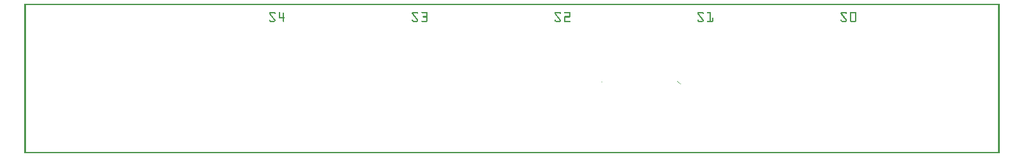
<source format=gto>
G04 MADE WITH FRITZING*
G04 WWW.FRITZING.ORG*
G04 DOUBLE SIDED*
G04 HOLES PLATED*
G04 CONTOUR ON CENTER OF CONTOUR VECTOR*
%ASAXBY*%
%FSLAX23Y23*%
%MOIN*%
%OFA0B0*%
%SFA1.0B1.0*%
%ADD10R,0.001000X0.001000*%
%LNSILK1*%
G90*
G70*
G54D10*
X0Y787D02*
X5117Y787D01*
X0Y786D02*
X5117Y786D01*
X0Y785D02*
X5117Y785D01*
X0Y784D02*
X5117Y784D01*
X0Y783D02*
X5117Y783D01*
X0Y782D02*
X5117Y782D01*
X0Y781D02*
X5117Y781D01*
X0Y780D02*
X5117Y780D01*
X0Y779D02*
X7Y779D01*
X5110Y779D02*
X5117Y779D01*
X0Y778D02*
X7Y778D01*
X5110Y778D02*
X5117Y778D01*
X0Y777D02*
X7Y777D01*
X5110Y777D02*
X5117Y777D01*
X0Y776D02*
X7Y776D01*
X5110Y776D02*
X5117Y776D01*
X0Y775D02*
X7Y775D01*
X5110Y775D02*
X5117Y775D01*
X0Y774D02*
X7Y774D01*
X5110Y774D02*
X5117Y774D01*
X0Y773D02*
X7Y773D01*
X5110Y773D02*
X5117Y773D01*
X0Y772D02*
X7Y772D01*
X5110Y772D02*
X5117Y772D01*
X0Y771D02*
X7Y771D01*
X5110Y771D02*
X5117Y771D01*
X0Y770D02*
X7Y770D01*
X5110Y770D02*
X5117Y770D01*
X0Y769D02*
X7Y769D01*
X5110Y769D02*
X5117Y769D01*
X0Y768D02*
X7Y768D01*
X5110Y768D02*
X5117Y768D01*
X0Y767D02*
X7Y767D01*
X5110Y767D02*
X5117Y767D01*
X0Y766D02*
X7Y766D01*
X5110Y766D02*
X5117Y766D01*
X0Y765D02*
X7Y765D01*
X5110Y765D02*
X5117Y765D01*
X0Y764D02*
X7Y764D01*
X5110Y764D02*
X5117Y764D01*
X0Y763D02*
X7Y763D01*
X5110Y763D02*
X5117Y763D01*
X0Y762D02*
X7Y762D01*
X5110Y762D02*
X5117Y762D01*
X0Y761D02*
X7Y761D01*
X5110Y761D02*
X5117Y761D01*
X0Y760D02*
X7Y760D01*
X5110Y760D02*
X5117Y760D01*
X0Y759D02*
X7Y759D01*
X5110Y759D02*
X5117Y759D01*
X0Y758D02*
X7Y758D01*
X5110Y758D02*
X5117Y758D01*
X0Y757D02*
X7Y757D01*
X5110Y757D02*
X5117Y757D01*
X0Y756D02*
X7Y756D01*
X5110Y756D02*
X5117Y756D01*
X0Y755D02*
X7Y755D01*
X5110Y755D02*
X5117Y755D01*
X0Y754D02*
X7Y754D01*
X5110Y754D02*
X5117Y754D01*
X0Y753D02*
X7Y753D01*
X5110Y753D02*
X5117Y753D01*
X0Y752D02*
X7Y752D01*
X5110Y752D02*
X5117Y752D01*
X0Y751D02*
X7Y751D01*
X5110Y751D02*
X5117Y751D01*
X0Y750D02*
X7Y750D01*
X5110Y750D02*
X5117Y750D01*
X0Y749D02*
X7Y749D01*
X5110Y749D02*
X5117Y749D01*
X0Y748D02*
X7Y748D01*
X5110Y748D02*
X5117Y748D01*
X0Y747D02*
X7Y747D01*
X5110Y747D02*
X5117Y747D01*
X0Y746D02*
X7Y746D01*
X5110Y746D02*
X5117Y746D01*
X0Y745D02*
X7Y745D01*
X1288Y745D02*
X1311Y745D01*
X1337Y745D02*
X1340Y745D01*
X2038Y745D02*
X2061Y745D01*
X2084Y745D02*
X2112Y745D01*
X2786Y745D02*
X2809Y745D01*
X2833Y745D02*
X2861Y745D01*
X3535Y745D02*
X3558Y745D01*
X3582Y745D02*
X3601Y745D01*
X4287Y745D02*
X4310Y745D01*
X4336Y745D02*
X4362Y745D01*
X5110Y745D02*
X5117Y745D01*
X0Y744D02*
X7Y744D01*
X1286Y744D02*
X1313Y744D01*
X1336Y744D02*
X1341Y744D01*
X2036Y744D02*
X2062Y744D01*
X2083Y744D02*
X2114Y744D01*
X2784Y744D02*
X2811Y744D01*
X2832Y744D02*
X2862Y744D01*
X3534Y744D02*
X3560Y744D01*
X3581Y744D02*
X3601Y744D01*
X4285Y744D02*
X4312Y744D01*
X4335Y744D02*
X4363Y744D01*
X5110Y744D02*
X5117Y744D01*
X0Y743D02*
X7Y743D01*
X1285Y743D02*
X1314Y743D01*
X1335Y743D02*
X1341Y743D01*
X2035Y743D02*
X2064Y743D01*
X2083Y743D02*
X2115Y743D01*
X2783Y743D02*
X2812Y743D01*
X2831Y743D02*
X2863Y743D01*
X3533Y743D02*
X3561Y743D01*
X3581Y743D02*
X3601Y743D01*
X4284Y743D02*
X4313Y743D01*
X4334Y743D02*
X4364Y743D01*
X5110Y743D02*
X5117Y743D01*
X0Y742D02*
X7Y742D01*
X1285Y742D02*
X1315Y742D01*
X1335Y742D02*
X1341Y742D01*
X2034Y742D02*
X2064Y742D01*
X2083Y742D02*
X2116Y742D01*
X2782Y742D02*
X2813Y742D01*
X2831Y742D02*
X2864Y742D01*
X3532Y742D02*
X3562Y742D01*
X3581Y742D02*
X3601Y742D01*
X4284Y742D02*
X4314Y742D01*
X4333Y742D02*
X4365Y742D01*
X5110Y742D02*
X5117Y742D01*
X0Y741D02*
X7Y741D01*
X1284Y741D02*
X1316Y741D01*
X1335Y741D02*
X1341Y741D01*
X2034Y741D02*
X2065Y741D01*
X2083Y741D02*
X2116Y741D01*
X2782Y741D02*
X2814Y741D01*
X2832Y741D02*
X2864Y741D01*
X3531Y741D02*
X3563Y741D01*
X3581Y741D02*
X3601Y741D01*
X4283Y741D02*
X4315Y741D01*
X4333Y741D02*
X4365Y741D01*
X5110Y741D02*
X5117Y741D01*
X0Y740D02*
X7Y740D01*
X1284Y740D02*
X1316Y740D01*
X1335Y740D02*
X1341Y740D01*
X2033Y740D02*
X2066Y740D01*
X2084Y740D02*
X2116Y740D01*
X2782Y740D02*
X2814Y740D01*
X2832Y740D02*
X2865Y740D01*
X3531Y740D02*
X3564Y740D01*
X3582Y740D02*
X3601Y740D01*
X4283Y740D02*
X4315Y740D01*
X4332Y740D02*
X4366Y740D01*
X5110Y740D02*
X5117Y740D01*
X0Y739D02*
X7Y739D01*
X1284Y739D02*
X1317Y739D01*
X1335Y739D02*
X1341Y739D01*
X1357Y739D02*
X1360Y739D01*
X2033Y739D02*
X2066Y739D01*
X2085Y739D02*
X2116Y739D01*
X2781Y739D02*
X2814Y739D01*
X2833Y739D02*
X2865Y739D01*
X3531Y739D02*
X3564Y739D01*
X3583Y739D02*
X3601Y739D01*
X4282Y739D02*
X4315Y739D01*
X4332Y739D02*
X4366Y739D01*
X5110Y739D02*
X5117Y739D01*
X0Y738D02*
X7Y738D01*
X1283Y738D02*
X1290Y738D01*
X1310Y738D02*
X1317Y738D01*
X1335Y738D02*
X1341Y738D01*
X1356Y738D02*
X1361Y738D01*
X2033Y738D02*
X2039Y738D01*
X2060Y738D02*
X2066Y738D01*
X2110Y738D02*
X2116Y738D01*
X2781Y738D02*
X2787Y738D01*
X2808Y738D02*
X2815Y738D01*
X2859Y738D02*
X2865Y738D01*
X3531Y738D02*
X3537Y738D01*
X3557Y738D02*
X3564Y738D01*
X3594Y738D02*
X3601Y738D01*
X4282Y738D02*
X4288Y738D01*
X4309Y738D02*
X4316Y738D01*
X4332Y738D02*
X4338Y738D01*
X4360Y738D02*
X4366Y738D01*
X5110Y738D02*
X5117Y738D01*
X0Y737D02*
X7Y737D01*
X1284Y737D02*
X1290Y737D01*
X1311Y737D02*
X1317Y737D01*
X1335Y737D02*
X1341Y737D01*
X1356Y737D02*
X1362Y737D01*
X2033Y737D02*
X2039Y737D01*
X2060Y737D02*
X2066Y737D01*
X2110Y737D02*
X2116Y737D01*
X2781Y737D02*
X2788Y737D01*
X2809Y737D02*
X2815Y737D01*
X2859Y737D02*
X2865Y737D01*
X3531Y737D02*
X3537Y737D01*
X3558Y737D02*
X3564Y737D01*
X3594Y737D02*
X3601Y737D01*
X4282Y737D02*
X4289Y737D01*
X4310Y737D02*
X4316Y737D01*
X4332Y737D02*
X4338Y737D01*
X4360Y737D02*
X4366Y737D01*
X5110Y737D02*
X5117Y737D01*
X0Y736D02*
X7Y736D01*
X1284Y736D02*
X1291Y736D01*
X1311Y736D02*
X1317Y736D01*
X1335Y736D02*
X1341Y736D01*
X1356Y736D02*
X1362Y736D01*
X2033Y736D02*
X2040Y736D01*
X2061Y736D02*
X2066Y736D01*
X2110Y736D02*
X2116Y736D01*
X2782Y736D02*
X2788Y736D01*
X2809Y736D02*
X2815Y736D01*
X2859Y736D02*
X2865Y736D01*
X3531Y736D02*
X3538Y736D01*
X3558Y736D02*
X3564Y736D01*
X3594Y736D02*
X3601Y736D01*
X4283Y736D02*
X4290Y736D01*
X4310Y736D02*
X4316Y736D01*
X4332Y736D02*
X4338Y736D01*
X4360Y736D02*
X4366Y736D01*
X5110Y736D02*
X5117Y736D01*
X0Y735D02*
X7Y735D01*
X1284Y735D02*
X1291Y735D01*
X1311Y735D02*
X1317Y735D01*
X1335Y735D02*
X1341Y735D01*
X1356Y735D02*
X1362Y735D01*
X2033Y735D02*
X2041Y735D01*
X2061Y735D02*
X2066Y735D01*
X2110Y735D02*
X2116Y735D01*
X2782Y735D02*
X2789Y735D01*
X2809Y735D02*
X2815Y735D01*
X2859Y735D02*
X2865Y735D01*
X3531Y735D02*
X3539Y735D01*
X3559Y735D02*
X3564Y735D01*
X3594Y735D02*
X3601Y735D01*
X4283Y735D02*
X4290Y735D01*
X4310Y735D02*
X4316Y735D01*
X4332Y735D02*
X4338Y735D01*
X4360Y735D02*
X4366Y735D01*
X5110Y735D02*
X5117Y735D01*
X0Y734D02*
X7Y734D01*
X1284Y734D02*
X1292Y734D01*
X1312Y734D02*
X1316Y734D01*
X1335Y734D02*
X1341Y734D01*
X1356Y734D02*
X1362Y734D01*
X2034Y734D02*
X2042Y734D01*
X2061Y734D02*
X2066Y734D01*
X2110Y734D02*
X2116Y734D01*
X2782Y734D02*
X2790Y734D01*
X2810Y734D02*
X2814Y734D01*
X2859Y734D02*
X2865Y734D01*
X3532Y734D02*
X3539Y734D01*
X3559Y734D02*
X3563Y734D01*
X3594Y734D02*
X3601Y734D01*
X4283Y734D02*
X4291Y734D01*
X4311Y734D02*
X4315Y734D01*
X4332Y734D02*
X4338Y734D01*
X4360Y734D02*
X4366Y734D01*
X5110Y734D02*
X5117Y734D01*
X0Y733D02*
X7Y733D01*
X1285Y733D02*
X1293Y733D01*
X1313Y733D02*
X1315Y733D01*
X1335Y733D02*
X1341Y733D01*
X1356Y733D02*
X1362Y733D01*
X2034Y733D02*
X2042Y733D01*
X2063Y733D02*
X2064Y733D01*
X2110Y733D02*
X2116Y733D01*
X2783Y733D02*
X2791Y733D01*
X2811Y733D02*
X2812Y733D01*
X2859Y733D02*
X2865Y733D01*
X3532Y733D02*
X3540Y733D01*
X3561Y733D02*
X3562Y733D01*
X3594Y733D02*
X3601Y733D01*
X4284Y733D02*
X4292Y733D01*
X4312Y733D02*
X4313Y733D01*
X4332Y733D02*
X4338Y733D01*
X4360Y733D02*
X4366Y733D01*
X5110Y733D02*
X5117Y733D01*
X0Y732D02*
X7Y732D01*
X1286Y732D02*
X1294Y732D01*
X1335Y732D02*
X1341Y732D01*
X1356Y732D02*
X1362Y732D01*
X2035Y732D02*
X2043Y732D01*
X2110Y732D02*
X2116Y732D01*
X2784Y732D02*
X2792Y732D01*
X2859Y732D02*
X2865Y732D01*
X3533Y732D02*
X3541Y732D01*
X3594Y732D02*
X3601Y732D01*
X4285Y732D02*
X4293Y732D01*
X4332Y732D02*
X4338Y732D01*
X4360Y732D02*
X4366Y732D01*
X5110Y732D02*
X5117Y732D01*
X0Y731D02*
X7Y731D01*
X1287Y731D02*
X1295Y731D01*
X1335Y731D02*
X1341Y731D01*
X1356Y731D02*
X1362Y731D01*
X2036Y731D02*
X2044Y731D01*
X2110Y731D02*
X2116Y731D01*
X2784Y731D02*
X2792Y731D01*
X2859Y731D02*
X2865Y731D01*
X3534Y731D02*
X3542Y731D01*
X3594Y731D02*
X3601Y731D01*
X4285Y731D02*
X4293Y731D01*
X4332Y731D02*
X4338Y731D01*
X4360Y731D02*
X4366Y731D01*
X5110Y731D02*
X5117Y731D01*
X0Y730D02*
X7Y730D01*
X1287Y730D02*
X1295Y730D01*
X1335Y730D02*
X1341Y730D01*
X1356Y730D02*
X1362Y730D01*
X2037Y730D02*
X2045Y730D01*
X2110Y730D02*
X2116Y730D01*
X2785Y730D02*
X2793Y730D01*
X2859Y730D02*
X2865Y730D01*
X3535Y730D02*
X3543Y730D01*
X3594Y730D02*
X3601Y730D01*
X4286Y730D02*
X4294Y730D01*
X4332Y730D02*
X4338Y730D01*
X4360Y730D02*
X4366Y730D01*
X5110Y730D02*
X5117Y730D01*
X0Y729D02*
X7Y729D01*
X1288Y729D02*
X1296Y729D01*
X1335Y729D02*
X1341Y729D01*
X1356Y729D02*
X1362Y729D01*
X2038Y729D02*
X2046Y729D01*
X2110Y729D02*
X2116Y729D01*
X2786Y729D02*
X2794Y729D01*
X2859Y729D02*
X2865Y729D01*
X3535Y729D02*
X3543Y729D01*
X3594Y729D02*
X3601Y729D01*
X4287Y729D02*
X4295Y729D01*
X4332Y729D02*
X4338Y729D01*
X4360Y729D02*
X4366Y729D01*
X5110Y729D02*
X5117Y729D01*
X0Y728D02*
X7Y728D01*
X1289Y728D02*
X1297Y728D01*
X1335Y728D02*
X1341Y728D01*
X1356Y728D02*
X1362Y728D01*
X2038Y728D02*
X2046Y728D01*
X2110Y728D02*
X2116Y728D01*
X2787Y728D02*
X2795Y728D01*
X2859Y728D02*
X2865Y728D01*
X3536Y728D02*
X3544Y728D01*
X3594Y728D02*
X3601Y728D01*
X4288Y728D02*
X4296Y728D01*
X4332Y728D02*
X4338Y728D01*
X4360Y728D02*
X4366Y728D01*
X5110Y728D02*
X5117Y728D01*
X0Y727D02*
X7Y727D01*
X1290Y727D02*
X1298Y727D01*
X1335Y727D02*
X1341Y727D01*
X1356Y727D02*
X1362Y727D01*
X2039Y727D02*
X2047Y727D01*
X2110Y727D02*
X2116Y727D01*
X2787Y727D02*
X2795Y727D01*
X2859Y727D02*
X2865Y727D01*
X3537Y727D02*
X3545Y727D01*
X3594Y727D02*
X3601Y727D01*
X4289Y727D02*
X4297Y727D01*
X4332Y727D02*
X4338Y727D01*
X4360Y727D02*
X4366Y727D01*
X5110Y727D02*
X5117Y727D01*
X0Y726D02*
X7Y726D01*
X1290Y726D02*
X1298Y726D01*
X1335Y726D02*
X1341Y726D01*
X1356Y726D02*
X1362Y726D01*
X2040Y726D02*
X2048Y726D01*
X2110Y726D02*
X2116Y726D01*
X2788Y726D02*
X2796Y726D01*
X2859Y726D02*
X2865Y726D01*
X3538Y726D02*
X3546Y726D01*
X3594Y726D02*
X3601Y726D01*
X4289Y726D02*
X4297Y726D01*
X4332Y726D02*
X4338Y726D01*
X4360Y726D02*
X4366Y726D01*
X5110Y726D02*
X5117Y726D01*
X0Y725D02*
X7Y725D01*
X1291Y725D02*
X1299Y725D01*
X1335Y725D02*
X1341Y725D01*
X1356Y725D02*
X1362Y725D01*
X2041Y725D02*
X2049Y725D01*
X2110Y725D02*
X2116Y725D01*
X2789Y725D02*
X2797Y725D01*
X2859Y725D02*
X2865Y725D01*
X3538Y725D02*
X3546Y725D01*
X3594Y725D02*
X3601Y725D01*
X4290Y725D02*
X4298Y725D01*
X4332Y725D02*
X4338Y725D01*
X4360Y725D02*
X4366Y725D01*
X5110Y725D02*
X5117Y725D01*
X0Y724D02*
X7Y724D01*
X1292Y724D02*
X1300Y724D01*
X1335Y724D02*
X1341Y724D01*
X1356Y724D02*
X1362Y724D01*
X2041Y724D02*
X2049Y724D01*
X2110Y724D02*
X2116Y724D01*
X2790Y724D02*
X2798Y724D01*
X2859Y724D02*
X2865Y724D01*
X3539Y724D02*
X3547Y724D01*
X3594Y724D02*
X3601Y724D01*
X4291Y724D02*
X4299Y724D01*
X4332Y724D02*
X4338Y724D01*
X4360Y724D02*
X4366Y724D01*
X5110Y724D02*
X5117Y724D01*
X0Y723D02*
X7Y723D01*
X1293Y723D02*
X1301Y723D01*
X1335Y723D02*
X1341Y723D01*
X1356Y723D02*
X1362Y723D01*
X2042Y723D02*
X2050Y723D01*
X2109Y723D02*
X2116Y723D01*
X2791Y723D02*
X2799Y723D01*
X2859Y723D02*
X2865Y723D01*
X3540Y723D02*
X3548Y723D01*
X3594Y723D02*
X3601Y723D01*
X4292Y723D02*
X4300Y723D01*
X4332Y723D02*
X4338Y723D01*
X4360Y723D02*
X4366Y723D01*
X5110Y723D02*
X5117Y723D01*
X0Y722D02*
X7Y722D01*
X1294Y722D02*
X1302Y722D01*
X1335Y722D02*
X1341Y722D01*
X1356Y722D02*
X1362Y722D01*
X2043Y722D02*
X2051Y722D01*
X2092Y722D02*
X2116Y722D01*
X2791Y722D02*
X2799Y722D01*
X2837Y722D02*
X2865Y722D01*
X3541Y722D02*
X3549Y722D01*
X3594Y722D02*
X3601Y722D01*
X4292Y722D02*
X4300Y722D01*
X4332Y722D02*
X4338Y722D01*
X4360Y722D02*
X4366Y722D01*
X5110Y722D02*
X5117Y722D01*
X0Y721D02*
X7Y721D01*
X1294Y721D02*
X1302Y721D01*
X1335Y721D02*
X1341Y721D01*
X1356Y721D02*
X1362Y721D01*
X2044Y721D02*
X2052Y721D01*
X2091Y721D02*
X2115Y721D01*
X2792Y721D02*
X2800Y721D01*
X2835Y721D02*
X2865Y721D01*
X3542Y721D02*
X3550Y721D01*
X3594Y721D02*
X3601Y721D01*
X4293Y721D02*
X4301Y721D01*
X4332Y721D02*
X4338Y721D01*
X4360Y721D02*
X4366Y721D01*
X5110Y721D02*
X5117Y721D01*
X0Y720D02*
X7Y720D01*
X1295Y720D02*
X1303Y720D01*
X1335Y720D02*
X1341Y720D01*
X1356Y720D02*
X1362Y720D01*
X2045Y720D02*
X2053Y720D01*
X2090Y720D02*
X2115Y720D01*
X2793Y720D02*
X2801Y720D01*
X2833Y720D02*
X2865Y720D01*
X3542Y720D02*
X3550Y720D01*
X3594Y720D02*
X3601Y720D01*
X4294Y720D02*
X4302Y720D01*
X4332Y720D02*
X4338Y720D01*
X4360Y720D02*
X4366Y720D01*
X5110Y720D02*
X5117Y720D01*
X0Y719D02*
X7Y719D01*
X1296Y719D02*
X1304Y719D01*
X1335Y719D02*
X1341Y719D01*
X1356Y719D02*
X1362Y719D01*
X2045Y719D02*
X2053Y719D01*
X2090Y719D02*
X2114Y719D01*
X2794Y719D02*
X2802Y719D01*
X2832Y719D02*
X2864Y719D01*
X3543Y719D02*
X3551Y719D01*
X3594Y719D02*
X3601Y719D01*
X4295Y719D02*
X4303Y719D01*
X4332Y719D02*
X4338Y719D01*
X4360Y719D02*
X4366Y719D01*
X5110Y719D02*
X5117Y719D01*
X0Y718D02*
X7Y718D01*
X1297Y718D02*
X1305Y718D01*
X1335Y718D02*
X1341Y718D01*
X1356Y718D02*
X1362Y718D01*
X2046Y718D02*
X2054Y718D01*
X2090Y718D02*
X2114Y718D01*
X2794Y718D02*
X2802Y718D01*
X2832Y718D02*
X2863Y718D01*
X3544Y718D02*
X3552Y718D01*
X3594Y718D02*
X3601Y718D01*
X4296Y718D02*
X4304Y718D01*
X4332Y718D02*
X4338Y718D01*
X4360Y718D02*
X4366Y718D01*
X5110Y718D02*
X5117Y718D01*
X0Y717D02*
X7Y717D01*
X1297Y717D02*
X1305Y717D01*
X1335Y717D02*
X1341Y717D01*
X1356Y717D02*
X1362Y717D01*
X2047Y717D02*
X2055Y717D01*
X2090Y717D02*
X2115Y717D01*
X2795Y717D02*
X2803Y717D01*
X2832Y717D02*
X2862Y717D01*
X3545Y717D02*
X3553Y717D01*
X3594Y717D02*
X3601Y717D01*
X4296Y717D02*
X4304Y717D01*
X4332Y717D02*
X4338Y717D01*
X4360Y717D02*
X4366Y717D01*
X5110Y717D02*
X5117Y717D01*
X0Y716D02*
X7Y716D01*
X1298Y716D02*
X1306Y716D01*
X1335Y716D02*
X1363Y716D01*
X2048Y716D02*
X2056Y716D01*
X2091Y716D02*
X2115Y716D01*
X2796Y716D02*
X2804Y716D01*
X2831Y716D02*
X2861Y716D01*
X3545Y716D02*
X3553Y716D01*
X3594Y716D02*
X3601Y716D01*
X3611Y716D02*
X3612Y716D01*
X4297Y716D02*
X4305Y716D01*
X4332Y716D02*
X4338Y716D01*
X4360Y716D02*
X4366Y716D01*
X5110Y716D02*
X5117Y716D01*
X0Y715D02*
X7Y715D01*
X1299Y715D02*
X1307Y715D01*
X1335Y715D02*
X1364Y715D01*
X2048Y715D02*
X2056Y715D01*
X2108Y715D02*
X2116Y715D01*
X2797Y715D02*
X2805Y715D01*
X2831Y715D02*
X2838Y715D01*
X3546Y715D02*
X3554Y715D01*
X3594Y715D02*
X3601Y715D01*
X3609Y715D02*
X3613Y715D01*
X4298Y715D02*
X4306Y715D01*
X4332Y715D02*
X4338Y715D01*
X4360Y715D02*
X4366Y715D01*
X5110Y715D02*
X5117Y715D01*
X0Y714D02*
X7Y714D01*
X1300Y714D02*
X1308Y714D01*
X1335Y714D02*
X1365Y714D01*
X2049Y714D02*
X2057Y714D01*
X2109Y714D02*
X2116Y714D01*
X2798Y714D02*
X2806Y714D01*
X2831Y714D02*
X2837Y714D01*
X3547Y714D02*
X3555Y714D01*
X3594Y714D02*
X3601Y714D01*
X3609Y714D02*
X3614Y714D01*
X4299Y714D02*
X4307Y714D01*
X4332Y714D02*
X4338Y714D01*
X4360Y714D02*
X4366Y714D01*
X5110Y714D02*
X5117Y714D01*
X0Y713D02*
X7Y713D01*
X1301Y713D02*
X1309Y713D01*
X1335Y713D02*
X1365Y713D01*
X2050Y713D02*
X2058Y713D01*
X2110Y713D02*
X2116Y713D01*
X2798Y713D02*
X2806Y713D01*
X2831Y713D02*
X2837Y713D01*
X3548Y713D02*
X3556Y713D01*
X3594Y713D02*
X3601Y713D01*
X3608Y713D02*
X3614Y713D01*
X4299Y713D02*
X4307Y713D01*
X4332Y713D02*
X4338Y713D01*
X4360Y713D02*
X4366Y713D01*
X5110Y713D02*
X5117Y713D01*
X0Y712D02*
X7Y712D01*
X1301Y712D02*
X1309Y712D01*
X1335Y712D02*
X1365Y712D01*
X2051Y712D02*
X2059Y712D01*
X2110Y712D02*
X2116Y712D01*
X2799Y712D02*
X2807Y712D01*
X2831Y712D02*
X2837Y712D01*
X3549Y712D02*
X3557Y712D01*
X3594Y712D02*
X3601Y712D01*
X3608Y712D02*
X3614Y712D01*
X4300Y712D02*
X4308Y712D01*
X4332Y712D02*
X4338Y712D01*
X4360Y712D02*
X4366Y712D01*
X5110Y712D02*
X5117Y712D01*
X0Y711D02*
X7Y711D01*
X1302Y711D02*
X1310Y711D01*
X1335Y711D02*
X1365Y711D01*
X2052Y711D02*
X2060Y711D01*
X2110Y711D02*
X2116Y711D01*
X2800Y711D02*
X2808Y711D01*
X2831Y711D02*
X2837Y711D01*
X3549Y711D02*
X3557Y711D01*
X3594Y711D02*
X3601Y711D01*
X3608Y711D02*
X3614Y711D01*
X4301Y711D02*
X4309Y711D01*
X4332Y711D02*
X4338Y711D01*
X4360Y711D02*
X4366Y711D01*
X5110Y711D02*
X5117Y711D01*
X0Y710D02*
X7Y710D01*
X1303Y710D02*
X1311Y710D01*
X1335Y710D02*
X1364Y710D01*
X2052Y710D02*
X2060Y710D01*
X2110Y710D02*
X2116Y710D01*
X2801Y710D02*
X2809Y710D01*
X2831Y710D02*
X2837Y710D01*
X3550Y710D02*
X3558Y710D01*
X3594Y710D02*
X3601Y710D01*
X3608Y710D02*
X3614Y710D01*
X4302Y710D02*
X4310Y710D01*
X4332Y710D02*
X4338Y710D01*
X4360Y710D02*
X4366Y710D01*
X5110Y710D02*
X5117Y710D01*
X0Y709D02*
X7Y709D01*
X1304Y709D02*
X1312Y709D01*
X1356Y709D02*
X1362Y709D01*
X2053Y709D02*
X2061Y709D01*
X2110Y709D02*
X2116Y709D01*
X2801Y709D02*
X2809Y709D01*
X2831Y709D02*
X2837Y709D01*
X3551Y709D02*
X3559Y709D01*
X3594Y709D02*
X3601Y709D01*
X3608Y709D02*
X3614Y709D01*
X4303Y709D02*
X4311Y709D01*
X4332Y709D02*
X4338Y709D01*
X4360Y709D02*
X4366Y709D01*
X5110Y709D02*
X5117Y709D01*
X0Y708D02*
X7Y708D01*
X1304Y708D02*
X1312Y708D01*
X1356Y708D02*
X1362Y708D01*
X2054Y708D02*
X2062Y708D01*
X2110Y708D02*
X2116Y708D01*
X2802Y708D02*
X2810Y708D01*
X2831Y708D02*
X2837Y708D01*
X3552Y708D02*
X3560Y708D01*
X3594Y708D02*
X3601Y708D01*
X3608Y708D02*
X3614Y708D01*
X4303Y708D02*
X4311Y708D01*
X4332Y708D02*
X4338Y708D01*
X4360Y708D02*
X4366Y708D01*
X5110Y708D02*
X5117Y708D01*
X0Y707D02*
X7Y707D01*
X1305Y707D02*
X1313Y707D01*
X1356Y707D02*
X1362Y707D01*
X2055Y707D02*
X2063Y707D01*
X2110Y707D02*
X2116Y707D01*
X2803Y707D02*
X2811Y707D01*
X2831Y707D02*
X2837Y707D01*
X3552Y707D02*
X3560Y707D01*
X3594Y707D02*
X3601Y707D01*
X3608Y707D02*
X3614Y707D01*
X4304Y707D02*
X4312Y707D01*
X4332Y707D02*
X4338Y707D01*
X4360Y707D02*
X4366Y707D01*
X5110Y707D02*
X5117Y707D01*
X0Y706D02*
X7Y706D01*
X1306Y706D02*
X1314Y706D01*
X1356Y706D02*
X1362Y706D01*
X2055Y706D02*
X2063Y706D01*
X2110Y706D02*
X2116Y706D01*
X2804Y706D02*
X2812Y706D01*
X2831Y706D02*
X2837Y706D01*
X3553Y706D02*
X3561Y706D01*
X3594Y706D02*
X3601Y706D01*
X3608Y706D02*
X3614Y706D01*
X4305Y706D02*
X4313Y706D01*
X4332Y706D02*
X4338Y706D01*
X4360Y706D02*
X4366Y706D01*
X5110Y706D02*
X5117Y706D01*
X0Y705D02*
X7Y705D01*
X1307Y705D02*
X1315Y705D01*
X1356Y705D02*
X1362Y705D01*
X2056Y705D02*
X2064Y705D01*
X2110Y705D02*
X2116Y705D01*
X2805Y705D02*
X2813Y705D01*
X2831Y705D02*
X2837Y705D01*
X3554Y705D02*
X3562Y705D01*
X3594Y705D02*
X3601Y705D01*
X3608Y705D02*
X3614Y705D01*
X4306Y705D02*
X4314Y705D01*
X4332Y705D02*
X4338Y705D01*
X4360Y705D02*
X4366Y705D01*
X5110Y705D02*
X5117Y705D01*
X0Y704D02*
X7Y704D01*
X1285Y704D02*
X1288Y704D01*
X1308Y704D02*
X1315Y704D01*
X1356Y704D02*
X1362Y704D01*
X2035Y704D02*
X2037Y704D01*
X2057Y704D02*
X2065Y704D01*
X2110Y704D02*
X2116Y704D01*
X2783Y704D02*
X2785Y704D01*
X2805Y704D02*
X2813Y704D01*
X2831Y704D02*
X2837Y704D01*
X3533Y704D02*
X3535Y704D01*
X3555Y704D02*
X3563Y704D01*
X3594Y704D02*
X3601Y704D01*
X3608Y704D02*
X3614Y704D01*
X4284Y704D02*
X4286Y704D01*
X4306Y704D02*
X4314Y704D01*
X4332Y704D02*
X4338Y704D01*
X4360Y704D02*
X4366Y704D01*
X5110Y704D02*
X5117Y704D01*
X0Y703D02*
X7Y703D01*
X1284Y703D02*
X1289Y703D01*
X1308Y703D02*
X1316Y703D01*
X1356Y703D02*
X1362Y703D01*
X2034Y703D02*
X2038Y703D01*
X2058Y703D02*
X2065Y703D01*
X2110Y703D02*
X2116Y703D01*
X2782Y703D02*
X2787Y703D01*
X2806Y703D02*
X2814Y703D01*
X2831Y703D02*
X2837Y703D01*
X3531Y703D02*
X3536Y703D01*
X3556Y703D02*
X3563Y703D01*
X3594Y703D02*
X3601Y703D01*
X3608Y703D02*
X3614Y703D01*
X4283Y703D02*
X4288Y703D01*
X4307Y703D02*
X4315Y703D01*
X4332Y703D02*
X4338Y703D01*
X4360Y703D02*
X4366Y703D01*
X5110Y703D02*
X5117Y703D01*
X0Y702D02*
X7Y702D01*
X1284Y702D02*
X1289Y702D01*
X1309Y702D02*
X1317Y702D01*
X1356Y702D02*
X1362Y702D01*
X2033Y702D02*
X2039Y702D01*
X2059Y702D02*
X2066Y702D01*
X2110Y702D02*
X2116Y702D01*
X2781Y702D02*
X2787Y702D01*
X2807Y702D02*
X2814Y702D01*
X2831Y702D02*
X2837Y702D01*
X3531Y702D02*
X3537Y702D01*
X3556Y702D02*
X3564Y702D01*
X3594Y702D02*
X3601Y702D01*
X3608Y702D02*
X3614Y702D01*
X4283Y702D02*
X4288Y702D01*
X4308Y702D02*
X4315Y702D01*
X4332Y702D02*
X4338Y702D01*
X4360Y702D02*
X4366Y702D01*
X5110Y702D02*
X5117Y702D01*
X0Y701D02*
X7Y701D01*
X1283Y701D02*
X1289Y701D01*
X1310Y701D02*
X1317Y701D01*
X1356Y701D02*
X1362Y701D01*
X2033Y701D02*
X2039Y701D01*
X2059Y701D02*
X2066Y701D01*
X2110Y701D02*
X2116Y701D01*
X2781Y701D02*
X2787Y701D01*
X2808Y701D02*
X2815Y701D01*
X2831Y701D02*
X2837Y701D01*
X3531Y701D02*
X3537Y701D01*
X3557Y701D02*
X3564Y701D01*
X3594Y701D02*
X3601Y701D01*
X3608Y701D02*
X3614Y701D01*
X4282Y701D02*
X4288Y701D01*
X4309Y701D02*
X4316Y701D01*
X4332Y701D02*
X4338Y701D01*
X4360Y701D02*
X4366Y701D01*
X5110Y701D02*
X5117Y701D01*
X0Y700D02*
X7Y700D01*
X1284Y700D02*
X1290Y700D01*
X1311Y700D02*
X1317Y700D01*
X1356Y700D02*
X1362Y700D01*
X2033Y700D02*
X2039Y700D01*
X2060Y700D02*
X2066Y700D01*
X2110Y700D02*
X2116Y700D01*
X2781Y700D02*
X2788Y700D01*
X2808Y700D02*
X2815Y700D01*
X2831Y700D02*
X2837Y700D01*
X3531Y700D02*
X3537Y700D01*
X3558Y700D02*
X3564Y700D01*
X3594Y700D02*
X3601Y700D01*
X3608Y700D02*
X3614Y700D01*
X4282Y700D02*
X4289Y700D01*
X4310Y700D02*
X4316Y700D01*
X4332Y700D02*
X4338Y700D01*
X4360Y700D02*
X4366Y700D01*
X5110Y700D02*
X5117Y700D01*
X0Y699D02*
X7Y699D01*
X1284Y699D02*
X1291Y699D01*
X1311Y699D02*
X1317Y699D01*
X1356Y699D02*
X1362Y699D01*
X2033Y699D02*
X2040Y699D01*
X2060Y699D02*
X2066Y699D01*
X2110Y699D02*
X2116Y699D01*
X2781Y699D02*
X2788Y699D01*
X2809Y699D02*
X2815Y699D01*
X2831Y699D02*
X2837Y699D01*
X3531Y699D02*
X3538Y699D01*
X3558Y699D02*
X3564Y699D01*
X3594Y699D02*
X3601Y699D01*
X3608Y699D02*
X3614Y699D01*
X4283Y699D02*
X4289Y699D01*
X4310Y699D02*
X4316Y699D01*
X4332Y699D02*
X4338Y699D01*
X4360Y699D02*
X4366Y699D01*
X5110Y699D02*
X5117Y699D01*
X0Y698D02*
X7Y698D01*
X1284Y698D02*
X1317Y698D01*
X1356Y698D02*
X1362Y698D01*
X2033Y698D02*
X2066Y698D01*
X2085Y698D02*
X2116Y698D01*
X2782Y698D02*
X2815Y698D01*
X2831Y698D02*
X2863Y698D01*
X3531Y698D02*
X3564Y698D01*
X3582Y698D02*
X3614Y698D01*
X4283Y698D02*
X4316Y698D01*
X4332Y698D02*
X4366Y698D01*
X5110Y698D02*
X5117Y698D01*
X0Y697D02*
X7Y697D01*
X1284Y697D02*
X1317Y697D01*
X1356Y697D02*
X1362Y697D01*
X2034Y697D02*
X2066Y697D01*
X2084Y697D02*
X2116Y697D01*
X2782Y697D02*
X2814Y697D01*
X2831Y697D02*
X2864Y697D01*
X3532Y697D02*
X3564Y697D01*
X3581Y697D02*
X3614Y697D01*
X4283Y697D02*
X4315Y697D01*
X4333Y697D02*
X4366Y697D01*
X5110Y697D02*
X5117Y697D01*
X0Y696D02*
X7Y696D01*
X1285Y696D02*
X1316Y696D01*
X1356Y696D02*
X1362Y696D01*
X2034Y696D02*
X2066Y696D01*
X2083Y696D02*
X2116Y696D01*
X2783Y696D02*
X2814Y696D01*
X2831Y696D02*
X2865Y696D01*
X3532Y696D02*
X3563Y696D01*
X3581Y696D02*
X3614Y696D01*
X4284Y696D02*
X4315Y696D01*
X4333Y696D02*
X4365Y696D01*
X5110Y696D02*
X5117Y696D01*
X0Y695D02*
X7Y695D01*
X1286Y695D02*
X1316Y695D01*
X1356Y695D02*
X1362Y695D01*
X2035Y695D02*
X2065Y695D01*
X2083Y695D02*
X2115Y695D01*
X2784Y695D02*
X2813Y695D01*
X2831Y695D02*
X2865Y695D01*
X3533Y695D02*
X3563Y695D01*
X3581Y695D02*
X3614Y695D01*
X4285Y695D02*
X4314Y695D01*
X4333Y695D02*
X4365Y695D01*
X5110Y695D02*
X5117Y695D01*
X0Y694D02*
X7Y694D01*
X1287Y694D02*
X1315Y694D01*
X1356Y694D02*
X1362Y694D01*
X2036Y694D02*
X2064Y694D01*
X2083Y694D02*
X2115Y694D01*
X2784Y694D02*
X2813Y694D01*
X2831Y694D02*
X2865Y694D01*
X3534Y694D02*
X3562Y694D01*
X3581Y694D02*
X3614Y694D01*
X4286Y694D02*
X4314Y694D01*
X4334Y694D02*
X4364Y694D01*
X5110Y694D02*
X5117Y694D01*
X0Y693D02*
X7Y693D01*
X1288Y693D02*
X1314Y693D01*
X1357Y693D02*
X1361Y693D01*
X2037Y693D02*
X2063Y693D01*
X2084Y693D02*
X2114Y693D01*
X2786Y693D02*
X2811Y693D01*
X2831Y693D02*
X2864Y693D01*
X3535Y693D02*
X3561Y693D01*
X3581Y693D02*
X3614Y693D01*
X4287Y693D02*
X4313Y693D01*
X4335Y693D02*
X4363Y693D01*
X5110Y693D02*
X5117Y693D01*
X0Y692D02*
X7Y692D01*
X1290Y692D02*
X1312Y692D01*
X1358Y692D02*
X1360Y692D01*
X2040Y692D02*
X2061Y692D01*
X2085Y692D02*
X2112Y692D01*
X2788Y692D02*
X2810Y692D01*
X2831Y692D02*
X2863Y692D01*
X3537Y692D02*
X3559Y692D01*
X3583Y692D02*
X3612Y692D01*
X4289Y692D02*
X4311Y692D01*
X4337Y692D02*
X4361Y692D01*
X5110Y692D02*
X5117Y692D01*
X0Y691D02*
X7Y691D01*
X5110Y691D02*
X5117Y691D01*
X0Y690D02*
X7Y690D01*
X5110Y690D02*
X5117Y690D01*
X0Y689D02*
X7Y689D01*
X5110Y689D02*
X5117Y689D01*
X0Y688D02*
X7Y688D01*
X5110Y688D02*
X5117Y688D01*
X0Y687D02*
X7Y687D01*
X5110Y687D02*
X5117Y687D01*
X0Y686D02*
X7Y686D01*
X5110Y686D02*
X5117Y686D01*
X0Y685D02*
X7Y685D01*
X5110Y685D02*
X5117Y685D01*
X0Y684D02*
X7Y684D01*
X5110Y684D02*
X5117Y684D01*
X0Y683D02*
X7Y683D01*
X5110Y683D02*
X5117Y683D01*
X0Y682D02*
X7Y682D01*
X5110Y682D02*
X5117Y682D01*
X0Y681D02*
X7Y681D01*
X5110Y681D02*
X5117Y681D01*
X0Y680D02*
X7Y680D01*
X5110Y680D02*
X5117Y680D01*
X0Y679D02*
X7Y679D01*
X5110Y679D02*
X5117Y679D01*
X0Y678D02*
X7Y678D01*
X5110Y678D02*
X5117Y678D01*
X0Y677D02*
X7Y677D01*
X5110Y677D02*
X5117Y677D01*
X0Y676D02*
X7Y676D01*
X5110Y676D02*
X5117Y676D01*
X0Y675D02*
X7Y675D01*
X5110Y675D02*
X5117Y675D01*
X0Y674D02*
X7Y674D01*
X5110Y674D02*
X5117Y674D01*
X0Y673D02*
X7Y673D01*
X5110Y673D02*
X5117Y673D01*
X0Y672D02*
X7Y672D01*
X5110Y672D02*
X5117Y672D01*
X0Y671D02*
X7Y671D01*
X5110Y671D02*
X5117Y671D01*
X0Y670D02*
X7Y670D01*
X5110Y670D02*
X5117Y670D01*
X0Y669D02*
X7Y669D01*
X5110Y669D02*
X5117Y669D01*
X0Y668D02*
X7Y668D01*
X5110Y668D02*
X5117Y668D01*
X0Y667D02*
X7Y667D01*
X5110Y667D02*
X5117Y667D01*
X0Y666D02*
X7Y666D01*
X5110Y666D02*
X5117Y666D01*
X0Y665D02*
X7Y665D01*
X5110Y665D02*
X5117Y665D01*
X0Y664D02*
X7Y664D01*
X5110Y664D02*
X5117Y664D01*
X0Y663D02*
X7Y663D01*
X5110Y663D02*
X5117Y663D01*
X0Y662D02*
X7Y662D01*
X5110Y662D02*
X5117Y662D01*
X0Y661D02*
X7Y661D01*
X5110Y661D02*
X5117Y661D01*
X0Y660D02*
X7Y660D01*
X5110Y660D02*
X5117Y660D01*
X0Y659D02*
X7Y659D01*
X5110Y659D02*
X5117Y659D01*
X0Y658D02*
X7Y658D01*
X5110Y658D02*
X5117Y658D01*
X0Y657D02*
X7Y657D01*
X5110Y657D02*
X5117Y657D01*
X0Y656D02*
X7Y656D01*
X5110Y656D02*
X5117Y656D01*
X0Y655D02*
X7Y655D01*
X5110Y655D02*
X5117Y655D01*
X0Y654D02*
X7Y654D01*
X5110Y654D02*
X5117Y654D01*
X0Y653D02*
X7Y653D01*
X5110Y653D02*
X5117Y653D01*
X0Y652D02*
X7Y652D01*
X5110Y652D02*
X5117Y652D01*
X0Y651D02*
X7Y651D01*
X5110Y651D02*
X5117Y651D01*
X0Y650D02*
X7Y650D01*
X5110Y650D02*
X5117Y650D01*
X0Y649D02*
X7Y649D01*
X5110Y649D02*
X5117Y649D01*
X0Y648D02*
X7Y648D01*
X5110Y648D02*
X5117Y648D01*
X0Y647D02*
X7Y647D01*
X5110Y647D02*
X5117Y647D01*
X0Y646D02*
X7Y646D01*
X5110Y646D02*
X5117Y646D01*
X0Y645D02*
X7Y645D01*
X5110Y645D02*
X5117Y645D01*
X0Y644D02*
X7Y644D01*
X5110Y644D02*
X5117Y644D01*
X0Y643D02*
X7Y643D01*
X5110Y643D02*
X5117Y643D01*
X0Y642D02*
X7Y642D01*
X5110Y642D02*
X5117Y642D01*
X0Y641D02*
X7Y641D01*
X5110Y641D02*
X5117Y641D01*
X0Y640D02*
X7Y640D01*
X5110Y640D02*
X5117Y640D01*
X0Y639D02*
X7Y639D01*
X5110Y639D02*
X5117Y639D01*
X0Y638D02*
X7Y638D01*
X5110Y638D02*
X5117Y638D01*
X0Y637D02*
X7Y637D01*
X5110Y637D02*
X5117Y637D01*
X0Y636D02*
X7Y636D01*
X5110Y636D02*
X5117Y636D01*
X0Y635D02*
X7Y635D01*
X5110Y635D02*
X5117Y635D01*
X0Y634D02*
X7Y634D01*
X5110Y634D02*
X5117Y634D01*
X0Y633D02*
X7Y633D01*
X5110Y633D02*
X5117Y633D01*
X0Y632D02*
X7Y632D01*
X5110Y632D02*
X5117Y632D01*
X0Y631D02*
X7Y631D01*
X5110Y631D02*
X5117Y631D01*
X0Y630D02*
X7Y630D01*
X5110Y630D02*
X5117Y630D01*
X0Y629D02*
X7Y629D01*
X5110Y629D02*
X5117Y629D01*
X0Y628D02*
X7Y628D01*
X5110Y628D02*
X5117Y628D01*
X0Y627D02*
X7Y627D01*
X5110Y627D02*
X5117Y627D01*
X0Y626D02*
X7Y626D01*
X5110Y626D02*
X5117Y626D01*
X0Y625D02*
X7Y625D01*
X5110Y625D02*
X5117Y625D01*
X0Y624D02*
X7Y624D01*
X5110Y624D02*
X5117Y624D01*
X0Y623D02*
X7Y623D01*
X5110Y623D02*
X5117Y623D01*
X0Y622D02*
X7Y622D01*
X5110Y622D02*
X5117Y622D01*
X0Y621D02*
X7Y621D01*
X5110Y621D02*
X5117Y621D01*
X0Y620D02*
X7Y620D01*
X5110Y620D02*
X5117Y620D01*
X0Y619D02*
X7Y619D01*
X5110Y619D02*
X5117Y619D01*
X0Y618D02*
X7Y618D01*
X5110Y618D02*
X5117Y618D01*
X0Y617D02*
X7Y617D01*
X5110Y617D02*
X5117Y617D01*
X0Y616D02*
X7Y616D01*
X5110Y616D02*
X5117Y616D01*
X0Y615D02*
X7Y615D01*
X5110Y615D02*
X5117Y615D01*
X0Y614D02*
X7Y614D01*
X5110Y614D02*
X5117Y614D01*
X0Y613D02*
X7Y613D01*
X5110Y613D02*
X5117Y613D01*
X0Y612D02*
X7Y612D01*
X5110Y612D02*
X5117Y612D01*
X0Y611D02*
X7Y611D01*
X5110Y611D02*
X5117Y611D01*
X0Y610D02*
X7Y610D01*
X5110Y610D02*
X5117Y610D01*
X0Y609D02*
X7Y609D01*
X5110Y609D02*
X5117Y609D01*
X0Y608D02*
X7Y608D01*
X5110Y608D02*
X5117Y608D01*
X0Y607D02*
X7Y607D01*
X5110Y607D02*
X5117Y607D01*
X0Y606D02*
X7Y606D01*
X5110Y606D02*
X5117Y606D01*
X0Y605D02*
X7Y605D01*
X5110Y605D02*
X5117Y605D01*
X0Y604D02*
X7Y604D01*
X5110Y604D02*
X5117Y604D01*
X0Y603D02*
X7Y603D01*
X5110Y603D02*
X5117Y603D01*
X0Y602D02*
X7Y602D01*
X5110Y602D02*
X5117Y602D01*
X0Y601D02*
X7Y601D01*
X5110Y601D02*
X5117Y601D01*
X0Y600D02*
X7Y600D01*
X5110Y600D02*
X5117Y600D01*
X0Y599D02*
X7Y599D01*
X5110Y599D02*
X5117Y599D01*
X0Y598D02*
X7Y598D01*
X5110Y598D02*
X5117Y598D01*
X0Y597D02*
X7Y597D01*
X5110Y597D02*
X5117Y597D01*
X0Y596D02*
X7Y596D01*
X5110Y596D02*
X5117Y596D01*
X0Y595D02*
X7Y595D01*
X5110Y595D02*
X5117Y595D01*
X0Y594D02*
X7Y594D01*
X5110Y594D02*
X5117Y594D01*
X0Y593D02*
X7Y593D01*
X5110Y593D02*
X5117Y593D01*
X0Y592D02*
X7Y592D01*
X5110Y592D02*
X5117Y592D01*
X0Y591D02*
X7Y591D01*
X5110Y591D02*
X5117Y591D01*
X0Y590D02*
X7Y590D01*
X5110Y590D02*
X5117Y590D01*
X0Y589D02*
X7Y589D01*
X5110Y589D02*
X5117Y589D01*
X0Y588D02*
X7Y588D01*
X5110Y588D02*
X5117Y588D01*
X0Y587D02*
X7Y587D01*
X5110Y587D02*
X5117Y587D01*
X0Y586D02*
X7Y586D01*
X5110Y586D02*
X5117Y586D01*
X0Y585D02*
X7Y585D01*
X5110Y585D02*
X5117Y585D01*
X0Y584D02*
X7Y584D01*
X5110Y584D02*
X5117Y584D01*
X0Y583D02*
X7Y583D01*
X5110Y583D02*
X5117Y583D01*
X0Y582D02*
X7Y582D01*
X5110Y582D02*
X5117Y582D01*
X0Y581D02*
X7Y581D01*
X5110Y581D02*
X5117Y581D01*
X0Y580D02*
X7Y580D01*
X5110Y580D02*
X5117Y580D01*
X0Y579D02*
X7Y579D01*
X5110Y579D02*
X5117Y579D01*
X0Y578D02*
X7Y578D01*
X5110Y578D02*
X5117Y578D01*
X0Y577D02*
X7Y577D01*
X5110Y577D02*
X5117Y577D01*
X0Y576D02*
X7Y576D01*
X5110Y576D02*
X5117Y576D01*
X0Y575D02*
X7Y575D01*
X5110Y575D02*
X5117Y575D01*
X0Y574D02*
X7Y574D01*
X5110Y574D02*
X5117Y574D01*
X0Y573D02*
X7Y573D01*
X5110Y573D02*
X5117Y573D01*
X0Y572D02*
X7Y572D01*
X5110Y572D02*
X5117Y572D01*
X0Y571D02*
X7Y571D01*
X5110Y571D02*
X5117Y571D01*
X0Y570D02*
X7Y570D01*
X5110Y570D02*
X5117Y570D01*
X0Y569D02*
X7Y569D01*
X5110Y569D02*
X5117Y569D01*
X0Y568D02*
X7Y568D01*
X5110Y568D02*
X5117Y568D01*
X0Y567D02*
X7Y567D01*
X5110Y567D02*
X5117Y567D01*
X0Y566D02*
X7Y566D01*
X5110Y566D02*
X5117Y566D01*
X0Y565D02*
X7Y565D01*
X5110Y565D02*
X5117Y565D01*
X0Y564D02*
X7Y564D01*
X5110Y564D02*
X5117Y564D01*
X0Y563D02*
X7Y563D01*
X5110Y563D02*
X5117Y563D01*
X0Y562D02*
X7Y562D01*
X5110Y562D02*
X5117Y562D01*
X0Y561D02*
X7Y561D01*
X5110Y561D02*
X5117Y561D01*
X0Y560D02*
X7Y560D01*
X5110Y560D02*
X5117Y560D01*
X0Y559D02*
X7Y559D01*
X5110Y559D02*
X5117Y559D01*
X0Y558D02*
X7Y558D01*
X5110Y558D02*
X5117Y558D01*
X0Y557D02*
X7Y557D01*
X5110Y557D02*
X5117Y557D01*
X0Y556D02*
X7Y556D01*
X5110Y556D02*
X5117Y556D01*
X0Y555D02*
X7Y555D01*
X5110Y555D02*
X5117Y555D01*
X0Y554D02*
X7Y554D01*
X5110Y554D02*
X5117Y554D01*
X0Y553D02*
X7Y553D01*
X5110Y553D02*
X5117Y553D01*
X0Y552D02*
X7Y552D01*
X5110Y552D02*
X5117Y552D01*
X0Y551D02*
X7Y551D01*
X5110Y551D02*
X5117Y551D01*
X0Y550D02*
X7Y550D01*
X5110Y550D02*
X5117Y550D01*
X0Y549D02*
X7Y549D01*
X5110Y549D02*
X5117Y549D01*
X0Y548D02*
X7Y548D01*
X5110Y548D02*
X5117Y548D01*
X0Y547D02*
X7Y547D01*
X5110Y547D02*
X5117Y547D01*
X0Y546D02*
X7Y546D01*
X5110Y546D02*
X5117Y546D01*
X0Y545D02*
X7Y545D01*
X5110Y545D02*
X5117Y545D01*
X0Y544D02*
X7Y544D01*
X5110Y544D02*
X5117Y544D01*
X0Y543D02*
X7Y543D01*
X5110Y543D02*
X5117Y543D01*
X0Y542D02*
X7Y542D01*
X5110Y542D02*
X5117Y542D01*
X0Y541D02*
X7Y541D01*
X5110Y541D02*
X5117Y541D01*
X0Y540D02*
X7Y540D01*
X5110Y540D02*
X5117Y540D01*
X0Y539D02*
X7Y539D01*
X5110Y539D02*
X5117Y539D01*
X0Y538D02*
X7Y538D01*
X5110Y538D02*
X5117Y538D01*
X0Y537D02*
X7Y537D01*
X5110Y537D02*
X5117Y537D01*
X0Y536D02*
X7Y536D01*
X5110Y536D02*
X5117Y536D01*
X0Y535D02*
X7Y535D01*
X5110Y535D02*
X5117Y535D01*
X0Y534D02*
X7Y534D01*
X5110Y534D02*
X5117Y534D01*
X0Y533D02*
X7Y533D01*
X5110Y533D02*
X5117Y533D01*
X0Y532D02*
X7Y532D01*
X5110Y532D02*
X5117Y532D01*
X0Y531D02*
X7Y531D01*
X5110Y531D02*
X5117Y531D01*
X0Y530D02*
X7Y530D01*
X5110Y530D02*
X5117Y530D01*
X0Y529D02*
X7Y529D01*
X5110Y529D02*
X5117Y529D01*
X0Y528D02*
X7Y528D01*
X5110Y528D02*
X5117Y528D01*
X0Y527D02*
X7Y527D01*
X5110Y527D02*
X5117Y527D01*
X0Y526D02*
X7Y526D01*
X5110Y526D02*
X5117Y526D01*
X0Y525D02*
X7Y525D01*
X5110Y525D02*
X5117Y525D01*
X0Y524D02*
X7Y524D01*
X5110Y524D02*
X5117Y524D01*
X0Y523D02*
X7Y523D01*
X5110Y523D02*
X5117Y523D01*
X0Y522D02*
X7Y522D01*
X5110Y522D02*
X5117Y522D01*
X0Y521D02*
X7Y521D01*
X5110Y521D02*
X5117Y521D01*
X0Y520D02*
X7Y520D01*
X5110Y520D02*
X5117Y520D01*
X0Y519D02*
X7Y519D01*
X5110Y519D02*
X5117Y519D01*
X0Y518D02*
X7Y518D01*
X5110Y518D02*
X5117Y518D01*
X0Y517D02*
X7Y517D01*
X5110Y517D02*
X5117Y517D01*
X0Y516D02*
X7Y516D01*
X5110Y516D02*
X5117Y516D01*
X0Y515D02*
X7Y515D01*
X5110Y515D02*
X5117Y515D01*
X0Y514D02*
X7Y514D01*
X5110Y514D02*
X5117Y514D01*
X0Y513D02*
X7Y513D01*
X5110Y513D02*
X5117Y513D01*
X0Y512D02*
X7Y512D01*
X5110Y512D02*
X5117Y512D01*
X0Y511D02*
X7Y511D01*
X5110Y511D02*
X5117Y511D01*
X0Y510D02*
X7Y510D01*
X5110Y510D02*
X5117Y510D01*
X0Y509D02*
X7Y509D01*
X5110Y509D02*
X5117Y509D01*
X0Y508D02*
X7Y508D01*
X5110Y508D02*
X5117Y508D01*
X0Y507D02*
X7Y507D01*
X5110Y507D02*
X5117Y507D01*
X0Y506D02*
X7Y506D01*
X5110Y506D02*
X5117Y506D01*
X0Y505D02*
X7Y505D01*
X5110Y505D02*
X5117Y505D01*
X0Y504D02*
X7Y504D01*
X5110Y504D02*
X5117Y504D01*
X0Y503D02*
X7Y503D01*
X5110Y503D02*
X5117Y503D01*
X0Y502D02*
X7Y502D01*
X5110Y502D02*
X5117Y502D01*
X0Y501D02*
X7Y501D01*
X5110Y501D02*
X5117Y501D01*
X0Y500D02*
X7Y500D01*
X5110Y500D02*
X5117Y500D01*
X0Y499D02*
X7Y499D01*
X5110Y499D02*
X5117Y499D01*
X0Y498D02*
X7Y498D01*
X5110Y498D02*
X5117Y498D01*
X0Y497D02*
X7Y497D01*
X5110Y497D02*
X5117Y497D01*
X0Y496D02*
X7Y496D01*
X5110Y496D02*
X5117Y496D01*
X0Y495D02*
X7Y495D01*
X5110Y495D02*
X5117Y495D01*
X0Y494D02*
X7Y494D01*
X5110Y494D02*
X5117Y494D01*
X0Y493D02*
X7Y493D01*
X5110Y493D02*
X5117Y493D01*
X0Y492D02*
X7Y492D01*
X5110Y492D02*
X5117Y492D01*
X0Y491D02*
X7Y491D01*
X5110Y491D02*
X5117Y491D01*
X0Y490D02*
X7Y490D01*
X5110Y490D02*
X5117Y490D01*
X0Y489D02*
X7Y489D01*
X5110Y489D02*
X5117Y489D01*
X0Y488D02*
X7Y488D01*
X5110Y488D02*
X5117Y488D01*
X0Y487D02*
X7Y487D01*
X5110Y487D02*
X5117Y487D01*
X0Y486D02*
X7Y486D01*
X5110Y486D02*
X5117Y486D01*
X0Y485D02*
X7Y485D01*
X5110Y485D02*
X5117Y485D01*
X0Y484D02*
X7Y484D01*
X5110Y484D02*
X5117Y484D01*
X0Y483D02*
X7Y483D01*
X5110Y483D02*
X5117Y483D01*
X0Y482D02*
X7Y482D01*
X5110Y482D02*
X5117Y482D01*
X0Y481D02*
X7Y481D01*
X5110Y481D02*
X5117Y481D01*
X0Y480D02*
X7Y480D01*
X5110Y480D02*
X5117Y480D01*
X0Y479D02*
X7Y479D01*
X5110Y479D02*
X5117Y479D01*
X0Y478D02*
X7Y478D01*
X5110Y478D02*
X5117Y478D01*
X0Y477D02*
X7Y477D01*
X5110Y477D02*
X5117Y477D01*
X0Y476D02*
X7Y476D01*
X5110Y476D02*
X5117Y476D01*
X0Y475D02*
X7Y475D01*
X5110Y475D02*
X5117Y475D01*
X0Y474D02*
X7Y474D01*
X5110Y474D02*
X5117Y474D01*
X0Y473D02*
X7Y473D01*
X5110Y473D02*
X5117Y473D01*
X0Y472D02*
X7Y472D01*
X5110Y472D02*
X5117Y472D01*
X0Y471D02*
X7Y471D01*
X5110Y471D02*
X5117Y471D01*
X0Y470D02*
X7Y470D01*
X5110Y470D02*
X5117Y470D01*
X0Y469D02*
X7Y469D01*
X5110Y469D02*
X5117Y469D01*
X0Y468D02*
X7Y468D01*
X5110Y468D02*
X5117Y468D01*
X0Y467D02*
X7Y467D01*
X5110Y467D02*
X5117Y467D01*
X0Y466D02*
X7Y466D01*
X5110Y466D02*
X5117Y466D01*
X0Y465D02*
X7Y465D01*
X5110Y465D02*
X5117Y465D01*
X0Y464D02*
X7Y464D01*
X5110Y464D02*
X5117Y464D01*
X0Y463D02*
X7Y463D01*
X5110Y463D02*
X5117Y463D01*
X0Y462D02*
X7Y462D01*
X5110Y462D02*
X5117Y462D01*
X0Y461D02*
X7Y461D01*
X5110Y461D02*
X5117Y461D01*
X0Y460D02*
X7Y460D01*
X5110Y460D02*
X5117Y460D01*
X0Y459D02*
X7Y459D01*
X5110Y459D02*
X5117Y459D01*
X0Y458D02*
X7Y458D01*
X5110Y458D02*
X5117Y458D01*
X0Y457D02*
X7Y457D01*
X5110Y457D02*
X5117Y457D01*
X0Y456D02*
X7Y456D01*
X5110Y456D02*
X5117Y456D01*
X0Y455D02*
X7Y455D01*
X5110Y455D02*
X5117Y455D01*
X0Y454D02*
X7Y454D01*
X5110Y454D02*
X5117Y454D01*
X0Y453D02*
X7Y453D01*
X5110Y453D02*
X5117Y453D01*
X0Y452D02*
X7Y452D01*
X5110Y452D02*
X5117Y452D01*
X0Y451D02*
X7Y451D01*
X5110Y451D02*
X5117Y451D01*
X0Y450D02*
X7Y450D01*
X5110Y450D02*
X5117Y450D01*
X0Y449D02*
X7Y449D01*
X5110Y449D02*
X5117Y449D01*
X0Y448D02*
X7Y448D01*
X5110Y448D02*
X5117Y448D01*
X0Y447D02*
X7Y447D01*
X5110Y447D02*
X5117Y447D01*
X0Y446D02*
X7Y446D01*
X5110Y446D02*
X5117Y446D01*
X0Y445D02*
X7Y445D01*
X5110Y445D02*
X5117Y445D01*
X0Y444D02*
X7Y444D01*
X5110Y444D02*
X5117Y444D01*
X0Y443D02*
X7Y443D01*
X5110Y443D02*
X5117Y443D01*
X0Y442D02*
X7Y442D01*
X5110Y442D02*
X5117Y442D01*
X0Y441D02*
X7Y441D01*
X5110Y441D02*
X5117Y441D01*
X0Y440D02*
X7Y440D01*
X5110Y440D02*
X5117Y440D01*
X0Y439D02*
X7Y439D01*
X5110Y439D02*
X5117Y439D01*
X0Y438D02*
X7Y438D01*
X5110Y438D02*
X5117Y438D01*
X0Y437D02*
X7Y437D01*
X5110Y437D02*
X5117Y437D01*
X0Y436D02*
X7Y436D01*
X5110Y436D02*
X5117Y436D01*
X0Y435D02*
X7Y435D01*
X5110Y435D02*
X5117Y435D01*
X0Y434D02*
X7Y434D01*
X5110Y434D02*
X5117Y434D01*
X0Y433D02*
X7Y433D01*
X5110Y433D02*
X5117Y433D01*
X0Y432D02*
X7Y432D01*
X5110Y432D02*
X5117Y432D01*
X0Y431D02*
X7Y431D01*
X5110Y431D02*
X5117Y431D01*
X0Y430D02*
X7Y430D01*
X5110Y430D02*
X5117Y430D01*
X0Y429D02*
X7Y429D01*
X5110Y429D02*
X5117Y429D01*
X0Y428D02*
X7Y428D01*
X5110Y428D02*
X5117Y428D01*
X0Y427D02*
X7Y427D01*
X5110Y427D02*
X5117Y427D01*
X0Y426D02*
X7Y426D01*
X5110Y426D02*
X5117Y426D01*
X0Y425D02*
X7Y425D01*
X5110Y425D02*
X5117Y425D01*
X0Y424D02*
X7Y424D01*
X5110Y424D02*
X5117Y424D01*
X0Y423D02*
X7Y423D01*
X5110Y423D02*
X5117Y423D01*
X0Y422D02*
X7Y422D01*
X5110Y422D02*
X5117Y422D01*
X0Y421D02*
X7Y421D01*
X5110Y421D02*
X5117Y421D01*
X0Y420D02*
X7Y420D01*
X5110Y420D02*
X5117Y420D01*
X0Y419D02*
X7Y419D01*
X5110Y419D02*
X5117Y419D01*
X0Y418D02*
X7Y418D01*
X5110Y418D02*
X5117Y418D01*
X0Y417D02*
X7Y417D01*
X5110Y417D02*
X5117Y417D01*
X0Y416D02*
X7Y416D01*
X5110Y416D02*
X5117Y416D01*
X0Y415D02*
X7Y415D01*
X5110Y415D02*
X5117Y415D01*
X0Y414D02*
X7Y414D01*
X5110Y414D02*
X5117Y414D01*
X0Y413D02*
X7Y413D01*
X5110Y413D02*
X5117Y413D01*
X0Y412D02*
X7Y412D01*
X5110Y412D02*
X5117Y412D01*
X0Y411D02*
X7Y411D01*
X5110Y411D02*
X5117Y411D01*
X0Y410D02*
X7Y410D01*
X5110Y410D02*
X5117Y410D01*
X0Y409D02*
X7Y409D01*
X5110Y409D02*
X5117Y409D01*
X0Y408D02*
X7Y408D01*
X5110Y408D02*
X5117Y408D01*
X0Y407D02*
X7Y407D01*
X5110Y407D02*
X5117Y407D01*
X0Y406D02*
X7Y406D01*
X5110Y406D02*
X5117Y406D01*
X0Y405D02*
X7Y405D01*
X5110Y405D02*
X5117Y405D01*
X0Y404D02*
X7Y404D01*
X5110Y404D02*
X5117Y404D01*
X0Y403D02*
X7Y403D01*
X5110Y403D02*
X5117Y403D01*
X0Y402D02*
X7Y402D01*
X5110Y402D02*
X5117Y402D01*
X0Y401D02*
X7Y401D01*
X5110Y401D02*
X5117Y401D01*
X0Y400D02*
X7Y400D01*
X5110Y400D02*
X5117Y400D01*
X0Y399D02*
X7Y399D01*
X5110Y399D02*
X5117Y399D01*
X0Y398D02*
X7Y398D01*
X5110Y398D02*
X5117Y398D01*
X0Y397D02*
X7Y397D01*
X5110Y397D02*
X5117Y397D01*
X0Y396D02*
X7Y396D01*
X5110Y396D02*
X5117Y396D01*
X0Y395D02*
X7Y395D01*
X5110Y395D02*
X5117Y395D01*
X0Y394D02*
X7Y394D01*
X5110Y394D02*
X5117Y394D01*
X0Y393D02*
X7Y393D01*
X5110Y393D02*
X5117Y393D01*
X0Y392D02*
X7Y392D01*
X5110Y392D02*
X5117Y392D01*
X0Y391D02*
X7Y391D01*
X5110Y391D02*
X5117Y391D01*
X0Y390D02*
X7Y390D01*
X5110Y390D02*
X5117Y390D01*
X0Y389D02*
X7Y389D01*
X5110Y389D02*
X5117Y389D01*
X0Y388D02*
X7Y388D01*
X3423Y388D02*
X3423Y388D01*
X5110Y388D02*
X5117Y388D01*
X0Y387D02*
X7Y387D01*
X3024Y387D02*
X3024Y387D01*
X5110Y387D02*
X5117Y387D01*
X0Y386D02*
X7Y386D01*
X3424Y386D02*
X3424Y386D01*
X5110Y386D02*
X5117Y386D01*
X0Y385D02*
X7Y385D01*
X3025Y385D02*
X3025Y385D01*
X3424Y385D02*
X3424Y385D01*
X5110Y385D02*
X5117Y385D01*
X0Y384D02*
X7Y384D01*
X3025Y384D02*
X3025Y384D01*
X5110Y384D02*
X5117Y384D01*
X0Y383D02*
X7Y383D01*
X3026Y383D02*
X3026Y383D01*
X3425Y383D02*
X3425Y383D01*
X5110Y383D02*
X5117Y383D01*
X0Y382D02*
X7Y382D01*
X3026Y382D02*
X3026Y382D01*
X5110Y382D02*
X5117Y382D01*
X0Y381D02*
X7Y381D01*
X3027Y381D02*
X3027Y381D01*
X3426Y381D02*
X3426Y381D01*
X5110Y381D02*
X5117Y381D01*
X0Y380D02*
X7Y380D01*
X3027Y380D02*
X3027Y380D01*
X3427Y380D02*
X3427Y380D01*
X5110Y380D02*
X5117Y380D01*
X0Y379D02*
X7Y379D01*
X3028Y379D02*
X3028Y379D01*
X3427Y379D02*
X3427Y379D01*
X5110Y379D02*
X5117Y379D01*
X0Y378D02*
X7Y378D01*
X3029Y378D02*
X3029Y378D01*
X3428Y378D02*
X3428Y378D01*
X5110Y378D02*
X5117Y378D01*
X0Y377D02*
X7Y377D01*
X3029Y377D02*
X3029Y377D01*
X3429Y377D02*
X3429Y377D01*
X5110Y377D02*
X5117Y377D01*
X0Y376D02*
X7Y376D01*
X3030Y376D02*
X3030Y376D01*
X3430Y376D02*
X3430Y376D01*
X5110Y376D02*
X5117Y376D01*
X0Y375D02*
X7Y375D01*
X3031Y375D02*
X3031Y375D01*
X3430Y375D02*
X3431Y375D01*
X5110Y375D02*
X5117Y375D01*
X0Y374D02*
X7Y374D01*
X3032Y374D02*
X3032Y374D01*
X3431Y374D02*
X3431Y374D01*
X5110Y374D02*
X5117Y374D01*
X0Y373D02*
X7Y373D01*
X3033Y373D02*
X3033Y373D01*
X3432Y373D02*
X3432Y373D01*
X5110Y373D02*
X5117Y373D01*
X0Y372D02*
X7Y372D01*
X3034Y372D02*
X3034Y372D01*
X3433Y372D02*
X3434Y372D01*
X5110Y372D02*
X5117Y372D01*
X0Y371D02*
X7Y371D01*
X3035Y371D02*
X3035Y371D01*
X3435Y371D02*
X3435Y371D01*
X5110Y371D02*
X5117Y371D01*
X0Y370D02*
X7Y370D01*
X3037Y370D02*
X3037Y370D01*
X3436Y370D02*
X3436Y370D01*
X5110Y370D02*
X5117Y370D01*
X0Y369D02*
X7Y369D01*
X3038Y369D02*
X3038Y369D01*
X3437Y369D02*
X3438Y369D01*
X5110Y369D02*
X5117Y369D01*
X0Y368D02*
X7Y368D01*
X3040Y368D02*
X3040Y368D01*
X3439Y368D02*
X3439Y368D01*
X5110Y368D02*
X5117Y368D01*
X0Y367D02*
X7Y367D01*
X3042Y367D02*
X3042Y367D01*
X3441Y367D02*
X3441Y367D01*
X5110Y367D02*
X5117Y367D01*
X0Y366D02*
X7Y366D01*
X3044Y366D02*
X3044Y366D01*
X3443Y366D02*
X3443Y366D01*
X5110Y366D02*
X5117Y366D01*
X0Y365D02*
X7Y365D01*
X5110Y365D02*
X5117Y365D01*
X0Y364D02*
X7Y364D01*
X5110Y364D02*
X5117Y364D01*
X0Y363D02*
X7Y363D01*
X5110Y363D02*
X5117Y363D01*
X0Y362D02*
X7Y362D01*
X5110Y362D02*
X5117Y362D01*
X0Y361D02*
X7Y361D01*
X5110Y361D02*
X5117Y361D01*
X0Y360D02*
X7Y360D01*
X5110Y360D02*
X5117Y360D01*
X0Y359D02*
X7Y359D01*
X5110Y359D02*
X5117Y359D01*
X0Y358D02*
X7Y358D01*
X5110Y358D02*
X5117Y358D01*
X0Y357D02*
X7Y357D01*
X5110Y357D02*
X5117Y357D01*
X0Y356D02*
X7Y356D01*
X5110Y356D02*
X5117Y356D01*
X0Y355D02*
X7Y355D01*
X5110Y355D02*
X5117Y355D01*
X0Y354D02*
X7Y354D01*
X5110Y354D02*
X5117Y354D01*
X0Y353D02*
X7Y353D01*
X5110Y353D02*
X5117Y353D01*
X0Y352D02*
X7Y352D01*
X5110Y352D02*
X5117Y352D01*
X0Y351D02*
X7Y351D01*
X5110Y351D02*
X5117Y351D01*
X0Y350D02*
X7Y350D01*
X5110Y350D02*
X5117Y350D01*
X0Y349D02*
X7Y349D01*
X5110Y349D02*
X5117Y349D01*
X0Y348D02*
X7Y348D01*
X5110Y348D02*
X5117Y348D01*
X0Y347D02*
X7Y347D01*
X5110Y347D02*
X5117Y347D01*
X0Y346D02*
X7Y346D01*
X5110Y346D02*
X5117Y346D01*
X0Y345D02*
X7Y345D01*
X5110Y345D02*
X5117Y345D01*
X0Y344D02*
X7Y344D01*
X5110Y344D02*
X5117Y344D01*
X0Y343D02*
X7Y343D01*
X5110Y343D02*
X5117Y343D01*
X0Y342D02*
X7Y342D01*
X5110Y342D02*
X5117Y342D01*
X0Y341D02*
X7Y341D01*
X5110Y341D02*
X5117Y341D01*
X0Y340D02*
X7Y340D01*
X5110Y340D02*
X5117Y340D01*
X0Y339D02*
X7Y339D01*
X5110Y339D02*
X5117Y339D01*
X0Y338D02*
X7Y338D01*
X5110Y338D02*
X5117Y338D01*
X0Y337D02*
X7Y337D01*
X5110Y337D02*
X5117Y337D01*
X0Y336D02*
X7Y336D01*
X5110Y336D02*
X5117Y336D01*
X0Y335D02*
X7Y335D01*
X5110Y335D02*
X5117Y335D01*
X0Y334D02*
X7Y334D01*
X5110Y334D02*
X5117Y334D01*
X0Y333D02*
X7Y333D01*
X5110Y333D02*
X5117Y333D01*
X0Y332D02*
X7Y332D01*
X5110Y332D02*
X5117Y332D01*
X0Y331D02*
X7Y331D01*
X5110Y331D02*
X5117Y331D01*
X0Y330D02*
X7Y330D01*
X5110Y330D02*
X5117Y330D01*
X0Y329D02*
X7Y329D01*
X5110Y329D02*
X5117Y329D01*
X0Y328D02*
X7Y328D01*
X5110Y328D02*
X5117Y328D01*
X0Y327D02*
X7Y327D01*
X5110Y327D02*
X5117Y327D01*
X0Y326D02*
X7Y326D01*
X5110Y326D02*
X5117Y326D01*
X0Y325D02*
X7Y325D01*
X5110Y325D02*
X5117Y325D01*
X0Y324D02*
X7Y324D01*
X5110Y324D02*
X5117Y324D01*
X0Y323D02*
X7Y323D01*
X5110Y323D02*
X5117Y323D01*
X0Y322D02*
X7Y322D01*
X5110Y322D02*
X5117Y322D01*
X0Y321D02*
X7Y321D01*
X5110Y321D02*
X5117Y321D01*
X0Y320D02*
X7Y320D01*
X5110Y320D02*
X5117Y320D01*
X0Y319D02*
X7Y319D01*
X5110Y319D02*
X5117Y319D01*
X0Y318D02*
X7Y318D01*
X5110Y318D02*
X5117Y318D01*
X0Y317D02*
X7Y317D01*
X5110Y317D02*
X5117Y317D01*
X0Y316D02*
X7Y316D01*
X5110Y316D02*
X5117Y316D01*
X0Y315D02*
X7Y315D01*
X5110Y315D02*
X5117Y315D01*
X0Y314D02*
X7Y314D01*
X5110Y314D02*
X5117Y314D01*
X0Y313D02*
X7Y313D01*
X5110Y313D02*
X5117Y313D01*
X0Y312D02*
X7Y312D01*
X5110Y312D02*
X5117Y312D01*
X0Y311D02*
X7Y311D01*
X5110Y311D02*
X5117Y311D01*
X0Y310D02*
X7Y310D01*
X5110Y310D02*
X5117Y310D01*
X0Y309D02*
X7Y309D01*
X5110Y309D02*
X5117Y309D01*
X0Y308D02*
X7Y308D01*
X5110Y308D02*
X5117Y308D01*
X0Y307D02*
X7Y307D01*
X5110Y307D02*
X5117Y307D01*
X0Y306D02*
X7Y306D01*
X5110Y306D02*
X5117Y306D01*
X0Y305D02*
X7Y305D01*
X5110Y305D02*
X5117Y305D01*
X0Y304D02*
X7Y304D01*
X5110Y304D02*
X5117Y304D01*
X0Y303D02*
X7Y303D01*
X5110Y303D02*
X5117Y303D01*
X0Y302D02*
X7Y302D01*
X5110Y302D02*
X5117Y302D01*
X0Y301D02*
X7Y301D01*
X5110Y301D02*
X5117Y301D01*
X0Y300D02*
X7Y300D01*
X5110Y300D02*
X5117Y300D01*
X0Y299D02*
X7Y299D01*
X5110Y299D02*
X5117Y299D01*
X0Y298D02*
X7Y298D01*
X5110Y298D02*
X5117Y298D01*
X0Y297D02*
X7Y297D01*
X5110Y297D02*
X5117Y297D01*
X0Y296D02*
X7Y296D01*
X5110Y296D02*
X5117Y296D01*
X0Y295D02*
X7Y295D01*
X5110Y295D02*
X5117Y295D01*
X0Y294D02*
X7Y294D01*
X5110Y294D02*
X5117Y294D01*
X0Y293D02*
X7Y293D01*
X5110Y293D02*
X5117Y293D01*
X0Y292D02*
X7Y292D01*
X5110Y292D02*
X5117Y292D01*
X0Y291D02*
X7Y291D01*
X5110Y291D02*
X5117Y291D01*
X0Y290D02*
X7Y290D01*
X5110Y290D02*
X5117Y290D01*
X0Y289D02*
X7Y289D01*
X5110Y289D02*
X5117Y289D01*
X0Y288D02*
X7Y288D01*
X5110Y288D02*
X5117Y288D01*
X0Y287D02*
X7Y287D01*
X5110Y287D02*
X5117Y287D01*
X0Y286D02*
X7Y286D01*
X5110Y286D02*
X5117Y286D01*
X0Y285D02*
X7Y285D01*
X5110Y285D02*
X5117Y285D01*
X0Y284D02*
X7Y284D01*
X5110Y284D02*
X5117Y284D01*
X0Y283D02*
X7Y283D01*
X5110Y283D02*
X5117Y283D01*
X0Y282D02*
X7Y282D01*
X5110Y282D02*
X5117Y282D01*
X0Y281D02*
X7Y281D01*
X5110Y281D02*
X5117Y281D01*
X0Y280D02*
X7Y280D01*
X5110Y280D02*
X5117Y280D01*
X0Y279D02*
X7Y279D01*
X5110Y279D02*
X5117Y279D01*
X0Y278D02*
X7Y278D01*
X5110Y278D02*
X5117Y278D01*
X0Y277D02*
X7Y277D01*
X5110Y277D02*
X5117Y277D01*
X0Y276D02*
X7Y276D01*
X5110Y276D02*
X5117Y276D01*
X0Y275D02*
X7Y275D01*
X5110Y275D02*
X5117Y275D01*
X0Y274D02*
X7Y274D01*
X5110Y274D02*
X5117Y274D01*
X0Y273D02*
X7Y273D01*
X5110Y273D02*
X5117Y273D01*
X0Y272D02*
X7Y272D01*
X5110Y272D02*
X5117Y272D01*
X0Y271D02*
X7Y271D01*
X5110Y271D02*
X5117Y271D01*
X0Y270D02*
X7Y270D01*
X5110Y270D02*
X5117Y270D01*
X0Y269D02*
X7Y269D01*
X5110Y269D02*
X5117Y269D01*
X0Y268D02*
X7Y268D01*
X5110Y268D02*
X5117Y268D01*
X0Y267D02*
X7Y267D01*
X5110Y267D02*
X5117Y267D01*
X0Y266D02*
X7Y266D01*
X5110Y266D02*
X5117Y266D01*
X0Y265D02*
X7Y265D01*
X5110Y265D02*
X5117Y265D01*
X0Y264D02*
X7Y264D01*
X5110Y264D02*
X5117Y264D01*
X0Y263D02*
X7Y263D01*
X5110Y263D02*
X5117Y263D01*
X0Y262D02*
X7Y262D01*
X5110Y262D02*
X5117Y262D01*
X0Y261D02*
X7Y261D01*
X5110Y261D02*
X5117Y261D01*
X0Y260D02*
X7Y260D01*
X5110Y260D02*
X5117Y260D01*
X0Y259D02*
X7Y259D01*
X5110Y259D02*
X5117Y259D01*
X0Y258D02*
X7Y258D01*
X5110Y258D02*
X5117Y258D01*
X0Y257D02*
X7Y257D01*
X5110Y257D02*
X5117Y257D01*
X0Y256D02*
X7Y256D01*
X5110Y256D02*
X5117Y256D01*
X0Y255D02*
X7Y255D01*
X5110Y255D02*
X5117Y255D01*
X0Y254D02*
X7Y254D01*
X5110Y254D02*
X5117Y254D01*
X0Y253D02*
X7Y253D01*
X5110Y253D02*
X5117Y253D01*
X0Y252D02*
X7Y252D01*
X5110Y252D02*
X5117Y252D01*
X0Y251D02*
X7Y251D01*
X5110Y251D02*
X5117Y251D01*
X0Y250D02*
X7Y250D01*
X5110Y250D02*
X5117Y250D01*
X0Y249D02*
X7Y249D01*
X5110Y249D02*
X5117Y249D01*
X0Y248D02*
X7Y248D01*
X5110Y248D02*
X5117Y248D01*
X0Y247D02*
X7Y247D01*
X5110Y247D02*
X5117Y247D01*
X0Y246D02*
X7Y246D01*
X5110Y246D02*
X5117Y246D01*
X0Y245D02*
X7Y245D01*
X5110Y245D02*
X5117Y245D01*
X0Y244D02*
X7Y244D01*
X5110Y244D02*
X5117Y244D01*
X0Y243D02*
X7Y243D01*
X5110Y243D02*
X5117Y243D01*
X0Y242D02*
X7Y242D01*
X5110Y242D02*
X5117Y242D01*
X0Y241D02*
X7Y241D01*
X5110Y241D02*
X5117Y241D01*
X0Y240D02*
X7Y240D01*
X5110Y240D02*
X5117Y240D01*
X0Y239D02*
X7Y239D01*
X5110Y239D02*
X5117Y239D01*
X0Y238D02*
X7Y238D01*
X5110Y238D02*
X5117Y238D01*
X0Y237D02*
X7Y237D01*
X5110Y237D02*
X5117Y237D01*
X0Y236D02*
X7Y236D01*
X5110Y236D02*
X5117Y236D01*
X0Y235D02*
X7Y235D01*
X5110Y235D02*
X5117Y235D01*
X0Y234D02*
X7Y234D01*
X5110Y234D02*
X5117Y234D01*
X0Y233D02*
X7Y233D01*
X5110Y233D02*
X5117Y233D01*
X0Y232D02*
X7Y232D01*
X5110Y232D02*
X5117Y232D01*
X0Y231D02*
X7Y231D01*
X5110Y231D02*
X5117Y231D01*
X0Y230D02*
X7Y230D01*
X5110Y230D02*
X5117Y230D01*
X0Y229D02*
X7Y229D01*
X5110Y229D02*
X5117Y229D01*
X0Y228D02*
X7Y228D01*
X5110Y228D02*
X5117Y228D01*
X0Y227D02*
X7Y227D01*
X5110Y227D02*
X5117Y227D01*
X0Y226D02*
X7Y226D01*
X5110Y226D02*
X5117Y226D01*
X0Y225D02*
X7Y225D01*
X5110Y225D02*
X5117Y225D01*
X0Y224D02*
X7Y224D01*
X5110Y224D02*
X5117Y224D01*
X0Y223D02*
X7Y223D01*
X5110Y223D02*
X5117Y223D01*
X0Y222D02*
X7Y222D01*
X5110Y222D02*
X5117Y222D01*
X0Y221D02*
X7Y221D01*
X5110Y221D02*
X5117Y221D01*
X0Y220D02*
X7Y220D01*
X5110Y220D02*
X5117Y220D01*
X0Y219D02*
X7Y219D01*
X5110Y219D02*
X5117Y219D01*
X0Y218D02*
X7Y218D01*
X5110Y218D02*
X5117Y218D01*
X0Y217D02*
X7Y217D01*
X5110Y217D02*
X5117Y217D01*
X0Y216D02*
X7Y216D01*
X5110Y216D02*
X5117Y216D01*
X0Y215D02*
X7Y215D01*
X5110Y215D02*
X5117Y215D01*
X0Y214D02*
X7Y214D01*
X5110Y214D02*
X5117Y214D01*
X0Y213D02*
X7Y213D01*
X5110Y213D02*
X5117Y213D01*
X0Y212D02*
X7Y212D01*
X5110Y212D02*
X5117Y212D01*
X0Y211D02*
X7Y211D01*
X5110Y211D02*
X5117Y211D01*
X0Y210D02*
X7Y210D01*
X5110Y210D02*
X5117Y210D01*
X0Y209D02*
X7Y209D01*
X5110Y209D02*
X5117Y209D01*
X0Y208D02*
X7Y208D01*
X5110Y208D02*
X5117Y208D01*
X0Y207D02*
X7Y207D01*
X5110Y207D02*
X5117Y207D01*
X0Y206D02*
X7Y206D01*
X5110Y206D02*
X5117Y206D01*
X0Y205D02*
X7Y205D01*
X5110Y205D02*
X5117Y205D01*
X0Y204D02*
X7Y204D01*
X5110Y204D02*
X5117Y204D01*
X0Y203D02*
X7Y203D01*
X5110Y203D02*
X5117Y203D01*
X0Y202D02*
X7Y202D01*
X5110Y202D02*
X5117Y202D01*
X0Y201D02*
X7Y201D01*
X5110Y201D02*
X5117Y201D01*
X0Y200D02*
X7Y200D01*
X5110Y200D02*
X5117Y200D01*
X0Y199D02*
X7Y199D01*
X5110Y199D02*
X5117Y199D01*
X0Y198D02*
X7Y198D01*
X5110Y198D02*
X5117Y198D01*
X0Y197D02*
X7Y197D01*
X5110Y197D02*
X5117Y197D01*
X0Y196D02*
X7Y196D01*
X5110Y196D02*
X5117Y196D01*
X0Y195D02*
X7Y195D01*
X5110Y195D02*
X5117Y195D01*
X0Y194D02*
X7Y194D01*
X5110Y194D02*
X5117Y194D01*
X0Y193D02*
X7Y193D01*
X5110Y193D02*
X5117Y193D01*
X0Y192D02*
X7Y192D01*
X5110Y192D02*
X5117Y192D01*
X0Y191D02*
X7Y191D01*
X5110Y191D02*
X5117Y191D01*
X0Y190D02*
X7Y190D01*
X5110Y190D02*
X5117Y190D01*
X0Y189D02*
X7Y189D01*
X5110Y189D02*
X5117Y189D01*
X0Y188D02*
X7Y188D01*
X5110Y188D02*
X5117Y188D01*
X0Y187D02*
X7Y187D01*
X5110Y187D02*
X5117Y187D01*
X0Y186D02*
X7Y186D01*
X5110Y186D02*
X5117Y186D01*
X0Y185D02*
X7Y185D01*
X5110Y185D02*
X5117Y185D01*
X0Y184D02*
X7Y184D01*
X5110Y184D02*
X5117Y184D01*
X0Y183D02*
X7Y183D01*
X5110Y183D02*
X5117Y183D01*
X0Y182D02*
X7Y182D01*
X5110Y182D02*
X5117Y182D01*
X0Y181D02*
X7Y181D01*
X5110Y181D02*
X5117Y181D01*
X0Y180D02*
X7Y180D01*
X5110Y180D02*
X5117Y180D01*
X0Y179D02*
X7Y179D01*
X5110Y179D02*
X5117Y179D01*
X0Y178D02*
X7Y178D01*
X5110Y178D02*
X5117Y178D01*
X0Y177D02*
X7Y177D01*
X5110Y177D02*
X5117Y177D01*
X0Y176D02*
X7Y176D01*
X5110Y176D02*
X5117Y176D01*
X0Y175D02*
X7Y175D01*
X5110Y175D02*
X5117Y175D01*
X0Y174D02*
X7Y174D01*
X5110Y174D02*
X5117Y174D01*
X0Y173D02*
X7Y173D01*
X5110Y173D02*
X5117Y173D01*
X0Y172D02*
X7Y172D01*
X5110Y172D02*
X5117Y172D01*
X0Y171D02*
X7Y171D01*
X5110Y171D02*
X5117Y171D01*
X0Y170D02*
X7Y170D01*
X5110Y170D02*
X5117Y170D01*
X0Y169D02*
X7Y169D01*
X5110Y169D02*
X5117Y169D01*
X0Y168D02*
X7Y168D01*
X5110Y168D02*
X5117Y168D01*
X0Y167D02*
X7Y167D01*
X5110Y167D02*
X5117Y167D01*
X0Y166D02*
X7Y166D01*
X5110Y166D02*
X5117Y166D01*
X0Y165D02*
X7Y165D01*
X5110Y165D02*
X5117Y165D01*
X0Y164D02*
X7Y164D01*
X5110Y164D02*
X5117Y164D01*
X0Y163D02*
X7Y163D01*
X5110Y163D02*
X5117Y163D01*
X0Y162D02*
X7Y162D01*
X5110Y162D02*
X5117Y162D01*
X0Y161D02*
X7Y161D01*
X5110Y161D02*
X5117Y161D01*
X0Y160D02*
X7Y160D01*
X5110Y160D02*
X5117Y160D01*
X0Y159D02*
X7Y159D01*
X5110Y159D02*
X5117Y159D01*
X0Y158D02*
X7Y158D01*
X5110Y158D02*
X5117Y158D01*
X0Y157D02*
X7Y157D01*
X5110Y157D02*
X5117Y157D01*
X0Y156D02*
X7Y156D01*
X5110Y156D02*
X5117Y156D01*
X0Y155D02*
X7Y155D01*
X5110Y155D02*
X5117Y155D01*
X0Y154D02*
X7Y154D01*
X5110Y154D02*
X5117Y154D01*
X0Y153D02*
X7Y153D01*
X5110Y153D02*
X5117Y153D01*
X0Y152D02*
X7Y152D01*
X5110Y152D02*
X5117Y152D01*
X0Y151D02*
X7Y151D01*
X5110Y151D02*
X5117Y151D01*
X0Y150D02*
X7Y150D01*
X5110Y150D02*
X5117Y150D01*
X0Y149D02*
X7Y149D01*
X5110Y149D02*
X5117Y149D01*
X0Y148D02*
X7Y148D01*
X5110Y148D02*
X5117Y148D01*
X0Y147D02*
X7Y147D01*
X5110Y147D02*
X5117Y147D01*
X0Y146D02*
X7Y146D01*
X5110Y146D02*
X5117Y146D01*
X0Y145D02*
X7Y145D01*
X5110Y145D02*
X5117Y145D01*
X0Y144D02*
X7Y144D01*
X5110Y144D02*
X5117Y144D01*
X0Y143D02*
X7Y143D01*
X5110Y143D02*
X5117Y143D01*
X0Y142D02*
X7Y142D01*
X5110Y142D02*
X5117Y142D01*
X0Y141D02*
X7Y141D01*
X5110Y141D02*
X5117Y141D01*
X0Y140D02*
X7Y140D01*
X5110Y140D02*
X5117Y140D01*
X0Y139D02*
X7Y139D01*
X5110Y139D02*
X5117Y139D01*
X0Y138D02*
X7Y138D01*
X5110Y138D02*
X5117Y138D01*
X0Y137D02*
X7Y137D01*
X5110Y137D02*
X5117Y137D01*
X0Y136D02*
X7Y136D01*
X5110Y136D02*
X5117Y136D01*
X0Y135D02*
X7Y135D01*
X5110Y135D02*
X5117Y135D01*
X0Y134D02*
X7Y134D01*
X5110Y134D02*
X5117Y134D01*
X0Y133D02*
X7Y133D01*
X5110Y133D02*
X5117Y133D01*
X0Y132D02*
X7Y132D01*
X5110Y132D02*
X5117Y132D01*
X0Y131D02*
X7Y131D01*
X5110Y131D02*
X5117Y131D01*
X0Y130D02*
X7Y130D01*
X5110Y130D02*
X5117Y130D01*
X0Y129D02*
X7Y129D01*
X5110Y129D02*
X5117Y129D01*
X0Y128D02*
X7Y128D01*
X5110Y128D02*
X5117Y128D01*
X0Y127D02*
X7Y127D01*
X5110Y127D02*
X5117Y127D01*
X0Y126D02*
X7Y126D01*
X5110Y126D02*
X5117Y126D01*
X0Y125D02*
X7Y125D01*
X5110Y125D02*
X5117Y125D01*
X0Y124D02*
X7Y124D01*
X5110Y124D02*
X5117Y124D01*
X0Y123D02*
X7Y123D01*
X5110Y123D02*
X5117Y123D01*
X0Y122D02*
X7Y122D01*
X5110Y122D02*
X5117Y122D01*
X0Y121D02*
X7Y121D01*
X5110Y121D02*
X5117Y121D01*
X0Y120D02*
X7Y120D01*
X5110Y120D02*
X5117Y120D01*
X0Y119D02*
X7Y119D01*
X5110Y119D02*
X5117Y119D01*
X0Y118D02*
X7Y118D01*
X5110Y118D02*
X5117Y118D01*
X0Y117D02*
X7Y117D01*
X5110Y117D02*
X5117Y117D01*
X0Y116D02*
X7Y116D01*
X5110Y116D02*
X5117Y116D01*
X0Y115D02*
X7Y115D01*
X5110Y115D02*
X5117Y115D01*
X0Y114D02*
X7Y114D01*
X5110Y114D02*
X5117Y114D01*
X0Y113D02*
X7Y113D01*
X5110Y113D02*
X5117Y113D01*
X0Y112D02*
X7Y112D01*
X5110Y112D02*
X5117Y112D01*
X0Y111D02*
X7Y111D01*
X5110Y111D02*
X5117Y111D01*
X0Y110D02*
X7Y110D01*
X5110Y110D02*
X5117Y110D01*
X0Y109D02*
X7Y109D01*
X5110Y109D02*
X5117Y109D01*
X0Y108D02*
X7Y108D01*
X5110Y108D02*
X5117Y108D01*
X0Y107D02*
X7Y107D01*
X5110Y107D02*
X5117Y107D01*
X0Y106D02*
X7Y106D01*
X5110Y106D02*
X5117Y106D01*
X0Y105D02*
X7Y105D01*
X5110Y105D02*
X5117Y105D01*
X0Y104D02*
X7Y104D01*
X5110Y104D02*
X5117Y104D01*
X0Y103D02*
X7Y103D01*
X5110Y103D02*
X5117Y103D01*
X0Y102D02*
X7Y102D01*
X5110Y102D02*
X5117Y102D01*
X0Y101D02*
X7Y101D01*
X5110Y101D02*
X5117Y101D01*
X0Y100D02*
X7Y100D01*
X5110Y100D02*
X5117Y100D01*
X0Y99D02*
X7Y99D01*
X5110Y99D02*
X5117Y99D01*
X0Y98D02*
X7Y98D01*
X5110Y98D02*
X5117Y98D01*
X0Y97D02*
X7Y97D01*
X5110Y97D02*
X5117Y97D01*
X0Y96D02*
X7Y96D01*
X5110Y96D02*
X5117Y96D01*
X0Y95D02*
X7Y95D01*
X5110Y95D02*
X5117Y95D01*
X0Y94D02*
X7Y94D01*
X5110Y94D02*
X5117Y94D01*
X0Y93D02*
X7Y93D01*
X5110Y93D02*
X5117Y93D01*
X0Y92D02*
X7Y92D01*
X5110Y92D02*
X5117Y92D01*
X0Y91D02*
X7Y91D01*
X5110Y91D02*
X5117Y91D01*
X0Y90D02*
X7Y90D01*
X5110Y90D02*
X5117Y90D01*
X0Y89D02*
X7Y89D01*
X5110Y89D02*
X5117Y89D01*
X0Y88D02*
X7Y88D01*
X5110Y88D02*
X5117Y88D01*
X0Y87D02*
X7Y87D01*
X5110Y87D02*
X5117Y87D01*
X0Y86D02*
X7Y86D01*
X5110Y86D02*
X5117Y86D01*
X0Y85D02*
X7Y85D01*
X5110Y85D02*
X5117Y85D01*
X0Y84D02*
X7Y84D01*
X5110Y84D02*
X5117Y84D01*
X0Y83D02*
X7Y83D01*
X5110Y83D02*
X5117Y83D01*
X0Y82D02*
X7Y82D01*
X5110Y82D02*
X5117Y82D01*
X0Y81D02*
X7Y81D01*
X5110Y81D02*
X5117Y81D01*
X0Y80D02*
X7Y80D01*
X5110Y80D02*
X5117Y80D01*
X0Y79D02*
X7Y79D01*
X5110Y79D02*
X5117Y79D01*
X0Y78D02*
X7Y78D01*
X5110Y78D02*
X5117Y78D01*
X0Y77D02*
X7Y77D01*
X5110Y77D02*
X5117Y77D01*
X0Y76D02*
X7Y76D01*
X5110Y76D02*
X5117Y76D01*
X0Y75D02*
X7Y75D01*
X5110Y75D02*
X5117Y75D01*
X0Y74D02*
X7Y74D01*
X5110Y74D02*
X5117Y74D01*
X0Y73D02*
X7Y73D01*
X5110Y73D02*
X5117Y73D01*
X0Y72D02*
X7Y72D01*
X5110Y72D02*
X5117Y72D01*
X0Y71D02*
X7Y71D01*
X5110Y71D02*
X5117Y71D01*
X0Y70D02*
X7Y70D01*
X5110Y70D02*
X5117Y70D01*
X0Y69D02*
X7Y69D01*
X5110Y69D02*
X5117Y69D01*
X0Y68D02*
X7Y68D01*
X5110Y68D02*
X5117Y68D01*
X0Y67D02*
X7Y67D01*
X5110Y67D02*
X5117Y67D01*
X0Y66D02*
X7Y66D01*
X5110Y66D02*
X5117Y66D01*
X0Y65D02*
X7Y65D01*
X5110Y65D02*
X5117Y65D01*
X0Y64D02*
X7Y64D01*
X5110Y64D02*
X5117Y64D01*
X0Y63D02*
X7Y63D01*
X5110Y63D02*
X5117Y63D01*
X0Y62D02*
X7Y62D01*
X5110Y62D02*
X5117Y62D01*
X0Y61D02*
X7Y61D01*
X5110Y61D02*
X5117Y61D01*
X0Y60D02*
X7Y60D01*
X5110Y60D02*
X5117Y60D01*
X0Y59D02*
X7Y59D01*
X5110Y59D02*
X5117Y59D01*
X0Y58D02*
X7Y58D01*
X5110Y58D02*
X5117Y58D01*
X0Y57D02*
X7Y57D01*
X5110Y57D02*
X5117Y57D01*
X0Y56D02*
X7Y56D01*
X5110Y56D02*
X5117Y56D01*
X0Y55D02*
X7Y55D01*
X5110Y55D02*
X5117Y55D01*
X0Y54D02*
X7Y54D01*
X5110Y54D02*
X5117Y54D01*
X0Y53D02*
X7Y53D01*
X5110Y53D02*
X5117Y53D01*
X0Y52D02*
X7Y52D01*
X5110Y52D02*
X5117Y52D01*
X0Y51D02*
X7Y51D01*
X5110Y51D02*
X5117Y51D01*
X0Y50D02*
X7Y50D01*
X5110Y50D02*
X5117Y50D01*
X0Y49D02*
X7Y49D01*
X5110Y49D02*
X5117Y49D01*
X0Y48D02*
X7Y48D01*
X5110Y48D02*
X5117Y48D01*
X0Y47D02*
X7Y47D01*
X5110Y47D02*
X5117Y47D01*
X0Y46D02*
X7Y46D01*
X5110Y46D02*
X5117Y46D01*
X0Y45D02*
X7Y45D01*
X5110Y45D02*
X5117Y45D01*
X0Y44D02*
X7Y44D01*
X5110Y44D02*
X5117Y44D01*
X0Y43D02*
X7Y43D01*
X5110Y43D02*
X5117Y43D01*
X0Y42D02*
X7Y42D01*
X5110Y42D02*
X5117Y42D01*
X0Y41D02*
X7Y41D01*
X5110Y41D02*
X5117Y41D01*
X0Y40D02*
X7Y40D01*
X5110Y40D02*
X5117Y40D01*
X0Y39D02*
X7Y39D01*
X5110Y39D02*
X5117Y39D01*
X0Y38D02*
X7Y38D01*
X5110Y38D02*
X5117Y38D01*
X0Y37D02*
X7Y37D01*
X5110Y37D02*
X5117Y37D01*
X0Y36D02*
X7Y36D01*
X5110Y36D02*
X5117Y36D01*
X0Y35D02*
X7Y35D01*
X5110Y35D02*
X5117Y35D01*
X0Y34D02*
X7Y34D01*
X5110Y34D02*
X5117Y34D01*
X0Y33D02*
X7Y33D01*
X5110Y33D02*
X5117Y33D01*
X0Y32D02*
X7Y32D01*
X5110Y32D02*
X5117Y32D01*
X0Y31D02*
X7Y31D01*
X5110Y31D02*
X5117Y31D01*
X0Y30D02*
X7Y30D01*
X5110Y30D02*
X5117Y30D01*
X0Y29D02*
X7Y29D01*
X5110Y29D02*
X5117Y29D01*
X0Y28D02*
X7Y28D01*
X5110Y28D02*
X5117Y28D01*
X0Y27D02*
X7Y27D01*
X5110Y27D02*
X5117Y27D01*
X0Y26D02*
X7Y26D01*
X5110Y26D02*
X5117Y26D01*
X0Y25D02*
X7Y25D01*
X5110Y25D02*
X5117Y25D01*
X0Y24D02*
X7Y24D01*
X5110Y24D02*
X5117Y24D01*
X0Y23D02*
X7Y23D01*
X5110Y23D02*
X5117Y23D01*
X0Y22D02*
X7Y22D01*
X5110Y22D02*
X5117Y22D01*
X0Y21D02*
X7Y21D01*
X5110Y21D02*
X5117Y21D01*
X0Y20D02*
X7Y20D01*
X5110Y20D02*
X5117Y20D01*
X0Y19D02*
X7Y19D01*
X5110Y19D02*
X5117Y19D01*
X0Y18D02*
X7Y18D01*
X5110Y18D02*
X5117Y18D01*
X0Y17D02*
X7Y17D01*
X5110Y17D02*
X5117Y17D01*
X0Y16D02*
X7Y16D01*
X5110Y16D02*
X5117Y16D01*
X0Y15D02*
X7Y15D01*
X5110Y15D02*
X5117Y15D01*
X0Y14D02*
X7Y14D01*
X5110Y14D02*
X5117Y14D01*
X0Y13D02*
X7Y13D01*
X5110Y13D02*
X5117Y13D01*
X0Y12D02*
X7Y12D01*
X5110Y12D02*
X5117Y12D01*
X0Y11D02*
X7Y11D01*
X5110Y11D02*
X5117Y11D01*
X0Y10D02*
X7Y10D01*
X5110Y10D02*
X5117Y10D01*
X0Y9D02*
X7Y9D01*
X5110Y9D02*
X5117Y9D01*
X0Y8D02*
X5117Y8D01*
X0Y7D02*
X5117Y7D01*
X0Y6D02*
X5117Y6D01*
X0Y5D02*
X5117Y5D01*
X0Y4D02*
X5117Y4D01*
X0Y3D02*
X5117Y3D01*
X0Y2D02*
X5117Y2D01*
X0Y1D02*
X5117Y1D01*
D02*
G04 End of Silk1*
M02*
</source>
